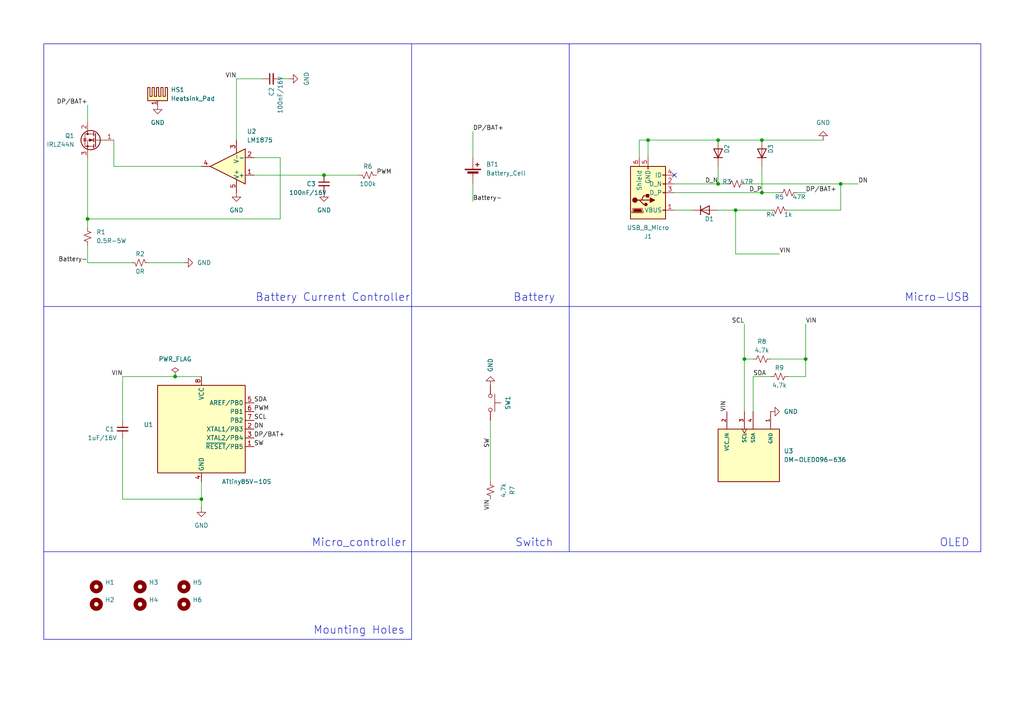
<source format=kicad_sch>
(kicad_sch
	(version 20231120)
	(generator "eeschema")
	(generator_version "8.0")
	(uuid "266510c3-c829-48b9-95ed-ca87b16aa75a")
	(paper "A4")
	(title_block
		(title "ISR")
		(date "2024-10-06")
		(company "Prince Lee Muhera")
	)
	(lib_symbols
		(symbol "Amplifier_Audio:LM1875"
			(pin_names
				(offset 0.127)
			)
			(exclude_from_sim no)
			(in_bom yes)
			(on_board yes)
			(property "Reference" "U"
				(at 3.81 6.35 0)
				(effects
					(font
						(size 1.27 1.27)
					)
				)
			)
			(property "Value" "LM1875"
				(at 3.81 3.81 0)
				(effects
					(font
						(size 1.27 1.27)
					)
				)
			)
			(property "Footprint" "Package_TO_SOT_THT:TO-220-5_P3.4x3.7mm_StaggerOdd_Lead3.8mm_Vertical"
				(at 0 0 0)
				(effects
					(font
						(size 1.27 1.27)
						(italic yes)
					)
					(hide yes)
				)
			)
			(property "Datasheet" "http://www.ti.com/lit/ds/symlink/lm1875.pdf"
				(at 0 0 0)
				(effects
					(font
						(size 1.27 1.27)
					)
					(hide yes)
				)
			)
			(property "Description" "20W Audio Power Amplifier, TO-220-5"
				(at 0 0 0)
				(effects
					(font
						(size 1.27 1.27)
					)
					(hide yes)
				)
			)
			(property "ki_keywords" "audio amplifier"
				(at 0 0 0)
				(effects
					(font
						(size 1.27 1.27)
					)
					(hide yes)
				)
			)
			(property "ki_fp_filters" "TO?220*StaggerOdd*"
				(at 0 0 0)
				(effects
					(font
						(size 1.27 1.27)
					)
					(hide yes)
				)
			)
			(symbol "LM1875_0_1"
				(polyline
					(pts
						(xy -5.08 5.08) (xy 5.08 0) (xy -5.08 -5.08) (xy -5.08 5.08)
					)
					(stroke
						(width 0.254)
						(type default)
					)
					(fill
						(type background)
					)
				)
			)
			(symbol "LM1875_1_1"
				(pin input line
					(at -7.62 2.54 0)
					(length 2.54)
					(name "+"
						(effects
							(font
								(size 1.27 1.27)
							)
						)
					)
					(number "1"
						(effects
							(font
								(size 1.27 1.27)
							)
						)
					)
				)
				(pin input line
					(at -7.62 -2.54 0)
					(length 2.54)
					(name "-"
						(effects
							(font
								(size 1.27 1.27)
							)
						)
					)
					(number "2"
						(effects
							(font
								(size 1.27 1.27)
							)
						)
					)
				)
				(pin power_in line
					(at -2.54 -7.62 90)
					(length 3.81)
					(name "V-"
						(effects
							(font
								(size 1.27 1.27)
							)
						)
					)
					(number "3"
						(effects
							(font
								(size 1.27 1.27)
							)
						)
					)
				)
				(pin output line
					(at 7.62 0 180)
					(length 2.54)
					(name "~"
						(effects
							(font
								(size 1.27 1.27)
							)
						)
					)
					(number "4"
						(effects
							(font
								(size 1.27 1.27)
							)
						)
					)
				)
				(pin power_in line
					(at -2.54 7.62 270)
					(length 3.81)
					(name "V+"
						(effects
							(font
								(size 1.27 1.27)
							)
						)
					)
					(number "5"
						(effects
							(font
								(size 1.27 1.27)
							)
						)
					)
				)
			)
		)
		(symbol "Connector:USB_B_Micro"
			(pin_names
				(offset 1.016)
			)
			(exclude_from_sim no)
			(in_bom yes)
			(on_board yes)
			(property "Reference" "J1"
				(at 0 12.7 0)
				(effects
					(font
						(size 1.27 1.27)
					)
				)
			)
			(property "Value" "USB_B_Micro"
				(at 0 10.16 0)
				(effects
					(font
						(size 1.27 1.27)
					)
				)
			)
			(property "Footprint" "Connector_USB:USB_Micro-B_Molex_47346-0001"
				(at 34.798 -17.272 0)
				(effects
					(font
						(size 1.27 1.27)
					)
					(hide yes)
				)
			)
			(property "Datasheet" "~"
				(at 36.83 -14.732 0)
				(effects
					(font
						(size 1.27 1.27)
					)
					(hide yes)
				)
			)
			(property "Description" "USB Micro Type B connector"
				(at 35.306 -15.748 0)
				(effects
					(font
						(size 1.27 1.27)
					)
					(hide yes)
				)
			)
			(property "ki_keywords" "connector USB micro"
				(at 0 0 0)
				(effects
					(font
						(size 1.27 1.27)
					)
					(hide yes)
				)
			)
			(property "ki_fp_filters" "USB*"
				(at 0 0 0)
				(effects
					(font
						(size 1.27 1.27)
					)
					(hide yes)
				)
			)
			(symbol "USB_B_Micro_0_1"
				(rectangle
					(start -5.08 -7.62)
					(end 5.08 7.62)
					(stroke
						(width 0.254)
						(type default)
					)
					(fill
						(type background)
					)
				)
				(circle
					(center -3.81 2.159)
					(radius 0.635)
					(stroke
						(width 0.254)
						(type default)
					)
					(fill
						(type outline)
					)
				)
				(circle
					(center -0.635 3.429)
					(radius 0.381)
					(stroke
						(width 0.254)
						(type default)
					)
					(fill
						(type outline)
					)
				)
				(rectangle
					(start -0.127 -7.62)
					(end 0.127 -6.858)
					(stroke
						(width 0)
						(type default)
					)
					(fill
						(type none)
					)
				)
				(polyline
					(pts
						(xy -1.905 2.159) (xy 0.635 2.159)
					)
					(stroke
						(width 0.254)
						(type default)
					)
					(fill
						(type none)
					)
				)
				(polyline
					(pts
						(xy -3.175 2.159) (xy -2.54 2.159) (xy -1.27 3.429) (xy -0.635 3.429)
					)
					(stroke
						(width 0.254)
						(type default)
					)
					(fill
						(type none)
					)
				)
				(polyline
					(pts
						(xy -2.54 2.159) (xy -1.905 2.159) (xy -1.27 0.889) (xy 0 0.889)
					)
					(stroke
						(width 0.254)
						(type default)
					)
					(fill
						(type none)
					)
				)
				(polyline
					(pts
						(xy 0.635 2.794) (xy 0.635 1.524) (xy 1.905 2.159) (xy 0.635 2.794)
					)
					(stroke
						(width 0.254)
						(type default)
					)
					(fill
						(type outline)
					)
				)
				(polyline
					(pts
						(xy -4.318 5.588) (xy -1.778 5.588) (xy -2.032 4.826) (xy -4.064 4.826) (xy -4.318 5.588)
					)
					(stroke
						(width 0)
						(type default)
					)
					(fill
						(type outline)
					)
				)
				(polyline
					(pts
						(xy -4.699 5.842) (xy -4.699 5.588) (xy -4.445 4.826) (xy -4.445 4.572) (xy -1.651 4.572) (xy -1.651 4.826)
						(xy -1.397 5.588) (xy -1.397 5.842) (xy -4.699 5.842)
					)
					(stroke
						(width 0)
						(type default)
					)
					(fill
						(type none)
					)
				)
				(rectangle
					(start 0.254 1.27)
					(end -0.508 0.508)
					(stroke
						(width 0.254)
						(type default)
					)
					(fill
						(type outline)
					)
				)
				(rectangle
					(start 5.08 -5.207)
					(end 4.318 -4.953)
					(stroke
						(width 0)
						(type default)
					)
					(fill
						(type none)
					)
				)
				(rectangle
					(start 5.08 -2.667)
					(end 4.318 -2.413)
					(stroke
						(width 0)
						(type default)
					)
					(fill
						(type none)
					)
				)
				(rectangle
					(start 5.08 -0.127)
					(end 4.318 0.127)
					(stroke
						(width 0)
						(type default)
					)
					(fill
						(type none)
					)
				)
				(rectangle
					(start 5.08 4.953)
					(end 4.318 5.207)
					(stroke
						(width 0)
						(type default)
					)
					(fill
						(type none)
					)
				)
			)
			(symbol "USB_B_Micro_1_1"
				(pin power_out line
					(at 7.62 5.08 180)
					(length 2.54)
					(name "VBUS"
						(effects
							(font
								(size 1.27 1.27)
							)
						)
					)
					(number "1"
						(effects
							(font
								(size 1.27 1.27)
							)
						)
					)
				)
				(pin bidirectional line
					(at 7.62 -2.54 180)
					(length 2.54)
					(name "D_N"
						(effects
							(font
								(size 1.27 1.27)
							)
						)
					)
					(number "2"
						(effects
							(font
								(size 1.27 1.27)
							)
						)
					)
				)
				(pin bidirectional line
					(at 7.62 0 180)
					(length 2.54)
					(name "D_P"
						(effects
							(font
								(size 1.27 1.27)
							)
						)
					)
					(number "3"
						(effects
							(font
								(size 1.27 1.27)
							)
						)
					)
				)
				(pin passive line
					(at 7.62 -5.08 180)
					(length 2.54)
					(name "ID"
						(effects
							(font
								(size 1.27 1.27)
							)
						)
					)
					(number "4"
						(effects
							(font
								(size 1.27 1.27)
							)
						)
					)
				)
				(pin power_out line
					(at 0 -10.16 90)
					(length 2.54)
					(name "GND"
						(effects
							(font
								(size 1.27 1.27)
							)
						)
					)
					(number "5"
						(effects
							(font
								(size 1.27 1.27)
							)
						)
					)
				)
				(pin passive line
					(at -2.54 -10.16 90)
					(length 2.54)
					(name "Shield"
						(effects
							(font
								(size 1.27 1.27)
							)
						)
					)
					(number "6"
						(effects
							(font
								(size 1.27 1.27)
							)
						)
					)
				)
			)
		)
		(symbol "DM-OLED096-636:DM-OLED096-636"
			(pin_names
				(offset 1.016)
			)
			(exclude_from_sim no)
			(in_bom yes)
			(on_board yes)
			(property "Reference" "U"
				(at -7.62 10.922 0)
				(effects
					(font
						(size 1.27 1.27)
					)
					(justify left bottom)
				)
			)
			(property "Value" "DM-OLED096-636"
				(at -7.62 -10.16 0)
				(effects
					(font
						(size 1.27 1.27)
					)
					(justify left bottom)
				)
			)
			(property "Footprint" "DM-OLED096-636:MODULE_DM-OLED096-636"
				(at 0 0 0)
				(effects
					(font
						(size 1.27 1.27)
					)
					(justify bottom)
					(hide yes)
				)
			)
			(property "Datasheet" ""
				(at 0 0 0)
				(effects
					(font
						(size 1.27 1.27)
					)
					(hide yes)
				)
			)
			(property "Description" ""
				(at 0 0 0)
				(effects
					(font
						(size 1.27 1.27)
					)
					(hide yes)
				)
			)
			(property "MF" "Display Module"
				(at 0 0 0)
				(effects
					(font
						(size 1.27 1.27)
					)
					(justify bottom)
					(hide yes)
				)
			)
			(property "MAXIMUM_PACKAGE_HEIGHT" "11.3 mm"
				(at 0 0 0)
				(effects
					(font
						(size 1.27 1.27)
					)
					(justify bottom)
					(hide yes)
				)
			)
			(property "Package" "Package"
				(at 0 0 0)
				(effects
					(font
						(size 1.27 1.27)
					)
					(justify bottom)
					(hide yes)
				)
			)
			(property "Price" "None"
				(at 0 0 0)
				(effects
					(font
						(size 1.27 1.27)
					)
					(justify bottom)
					(hide yes)
				)
			)
			(property "Check_prices" "https://www.snapeda.com/parts/DM-OLED096-636/Display+Module/view-part/?ref=eda"
				(at 0 0 0)
				(effects
					(font
						(size 1.27 1.27)
					)
					(justify bottom)
					(hide yes)
				)
			)
			(property "STANDARD" "Manufacturer Recommendations"
				(at 0 0 0)
				(effects
					(font
						(size 1.27 1.27)
					)
					(justify bottom)
					(hide yes)
				)
			)
			(property "PARTREV" "2018-09-10"
				(at 0 0 0)
				(effects
					(font
						(size 1.27 1.27)
					)
					(justify bottom)
					(hide yes)
				)
			)
			(property "SnapEDA_Link" "https://www.snapeda.com/parts/DM-OLED096-636/Display+Module/view-part/?ref=snap"
				(at 0 0 0)
				(effects
					(font
						(size 1.27 1.27)
					)
					(justify bottom)
					(hide yes)
				)
			)
			(property "MP" "DM-OLED096-636"
				(at 0 0 0)
				(effects
					(font
						(size 1.27 1.27)
					)
					(justify bottom)
					(hide yes)
				)
			)
			(property "Description_1" "\n0.96” 128 X 64 MONOCHROME GRAPHIC OLED DISPLAY MODULE - I2C\n"
				(at 0 0 0)
				(effects
					(font
						(size 1.27 1.27)
					)
					(justify bottom)
					(hide yes)
				)
			)
			(property "Availability" "Not in stock"
				(at 0 0 0)
				(effects
					(font
						(size 1.27 1.27)
					)
					(justify bottom)
					(hide yes)
				)
			)
			(property "MANUFACTURER" "Displaymodule"
				(at 0 0 0)
				(effects
					(font
						(size 1.27 1.27)
					)
					(justify bottom)
					(hide yes)
				)
			)
			(symbol "DM-OLED096-636_0_0"
				(rectangle
					(start -7.62 -7.62)
					(end 7.62 10.16)
					(stroke
						(width 0.254)
						(type default)
					)
					(fill
						(type background)
					)
				)
				(pin power_in line
					(at 12.7 -5.08 180)
					(length 5.08)
					(name "GND"
						(effects
							(font
								(size 1.016 1.016)
							)
						)
					)
					(number "1"
						(effects
							(font
								(size 1.016 1.016)
							)
						)
					)
				)
				(pin power_in line
					(at 12.7 7.62 180)
					(length 5.08)
					(name "VCC_IN"
						(effects
							(font
								(size 1.016 1.016)
							)
						)
					)
					(number "2"
						(effects
							(font
								(size 1.016 1.016)
							)
						)
					)
				)
				(pin input clock
					(at 12.7 2.54 180)
					(length 5.08)
					(name "SCL"
						(effects
							(font
								(size 1.016 1.016)
							)
						)
					)
					(number "3"
						(effects
							(font
								(size 1.016 1.016)
							)
						)
					)
				)
				(pin bidirectional line
					(at 12.7 0 180)
					(length 5.08)
					(name "SDA"
						(effects
							(font
								(size 1.016 1.016)
							)
						)
					)
					(number "4"
						(effects
							(font
								(size 1.016 1.016)
							)
						)
					)
				)
			)
		)
		(symbol "Device:Battery_Cell"
			(pin_numbers hide)
			(pin_names
				(offset 0) hide)
			(exclude_from_sim no)
			(in_bom yes)
			(on_board yes)
			(property "Reference" "BT"
				(at 2.54 2.54 0)
				(effects
					(font
						(size 1.27 1.27)
					)
					(justify left)
				)
			)
			(property "Value" "Battery_Cell"
				(at 2.54 0 0)
				(effects
					(font
						(size 1.27 1.27)
					)
					(justify left)
				)
			)
			(property "Footprint" ""
				(at 0 1.524 90)
				(effects
					(font
						(size 1.27 1.27)
					)
					(hide yes)
				)
			)
			(property "Datasheet" "~"
				(at 0 1.524 90)
				(effects
					(font
						(size 1.27 1.27)
					)
					(hide yes)
				)
			)
			(property "Description" "Single-cell battery"
				(at 0 0 0)
				(effects
					(font
						(size 1.27 1.27)
					)
					(hide yes)
				)
			)
			(property "ki_keywords" "battery cell"
				(at 0 0 0)
				(effects
					(font
						(size 1.27 1.27)
					)
					(hide yes)
				)
			)
			(symbol "Battery_Cell_0_1"
				(rectangle
					(start -2.286 1.778)
					(end 2.286 1.524)
					(stroke
						(width 0)
						(type default)
					)
					(fill
						(type outline)
					)
				)
				(rectangle
					(start -1.524 1.016)
					(end 1.524 0.508)
					(stroke
						(width 0)
						(type default)
					)
					(fill
						(type outline)
					)
				)
				(polyline
					(pts
						(xy 0 0.762) (xy 0 0)
					)
					(stroke
						(width 0)
						(type default)
					)
					(fill
						(type none)
					)
				)
				(polyline
					(pts
						(xy 0 1.778) (xy 0 2.54)
					)
					(stroke
						(width 0)
						(type default)
					)
					(fill
						(type none)
					)
				)
				(polyline
					(pts
						(xy 0.762 3.048) (xy 1.778 3.048)
					)
					(stroke
						(width 0.254)
						(type default)
					)
					(fill
						(type none)
					)
				)
				(polyline
					(pts
						(xy 1.27 3.556) (xy 1.27 2.54)
					)
					(stroke
						(width 0.254)
						(type default)
					)
					(fill
						(type none)
					)
				)
			)
			(symbol "Battery_Cell_1_1"
				(pin passive line
					(at 0 5.08 270)
					(length 2.54)
					(name "+"
						(effects
							(font
								(size 1.27 1.27)
							)
						)
					)
					(number "1"
						(effects
							(font
								(size 1.27 1.27)
							)
						)
					)
				)
				(pin passive line
					(at 0 -2.54 90)
					(length 2.54)
					(name "-"
						(effects
							(font
								(size 1.27 1.27)
							)
						)
					)
					(number "2"
						(effects
							(font
								(size 1.27 1.27)
							)
						)
					)
				)
			)
		)
		(symbol "Device:C_Small"
			(pin_numbers hide)
			(pin_names
				(offset 0.254) hide)
			(exclude_from_sim no)
			(in_bom yes)
			(on_board yes)
			(property "Reference" "C"
				(at 0.254 1.778 0)
				(effects
					(font
						(size 1.27 1.27)
					)
					(justify left)
				)
			)
			(property "Value" "C_Small"
				(at 0.254 -2.032 0)
				(effects
					(font
						(size 1.27 1.27)
					)
					(justify left)
				)
			)
			(property "Footprint" ""
				(at 0 0 0)
				(effects
					(font
						(size 1.27 1.27)
					)
					(hide yes)
				)
			)
			(property "Datasheet" "~"
				(at 0 0 0)
				(effects
					(font
						(size 1.27 1.27)
					)
					(hide yes)
				)
			)
			(property "Description" "Unpolarized capacitor, small symbol"
				(at 0 0 0)
				(effects
					(font
						(size 1.27 1.27)
					)
					(hide yes)
				)
			)
			(property "ki_keywords" "capacitor cap"
				(at 0 0 0)
				(effects
					(font
						(size 1.27 1.27)
					)
					(hide yes)
				)
			)
			(property "ki_fp_filters" "C_*"
				(at 0 0 0)
				(effects
					(font
						(size 1.27 1.27)
					)
					(hide yes)
				)
			)
			(symbol "C_Small_0_1"
				(polyline
					(pts
						(xy -1.524 -0.508) (xy 1.524 -0.508)
					)
					(stroke
						(width 0.3302)
						(type default)
					)
					(fill
						(type none)
					)
				)
				(polyline
					(pts
						(xy -1.524 0.508) (xy 1.524 0.508)
					)
					(stroke
						(width 0.3048)
						(type default)
					)
					(fill
						(type none)
					)
				)
			)
			(symbol "C_Small_1_1"
				(pin passive line
					(at 0 2.54 270)
					(length 2.032)
					(name "~"
						(effects
							(font
								(size 1.27 1.27)
							)
						)
					)
					(number "1"
						(effects
							(font
								(size 1.27 1.27)
							)
						)
					)
				)
				(pin passive line
					(at 0 -2.54 90)
					(length 2.032)
					(name "~"
						(effects
							(font
								(size 1.27 1.27)
							)
						)
					)
					(number "2"
						(effects
							(font
								(size 1.27 1.27)
							)
						)
					)
				)
			)
		)
		(symbol "Device:R_Small_US"
			(pin_numbers hide)
			(pin_names
				(offset 0.254) hide)
			(exclude_from_sim no)
			(in_bom yes)
			(on_board yes)
			(property "Reference" "R"
				(at 0.762 0.508 0)
				(effects
					(font
						(size 1.27 1.27)
					)
					(justify left)
				)
			)
			(property "Value" "R_Small_US"
				(at 0.762 -1.016 0)
				(effects
					(font
						(size 1.27 1.27)
					)
					(justify left)
				)
			)
			(property "Footprint" ""
				(at 0 0 0)
				(effects
					(font
						(size 1.27 1.27)
					)
					(hide yes)
				)
			)
			(property "Datasheet" "~"
				(at 0 0 0)
				(effects
					(font
						(size 1.27 1.27)
					)
					(hide yes)
				)
			)
			(property "Description" "Resistor, small US symbol"
				(at 0 0 0)
				(effects
					(font
						(size 1.27 1.27)
					)
					(hide yes)
				)
			)
			(property "ki_keywords" "r resistor"
				(at 0 0 0)
				(effects
					(font
						(size 1.27 1.27)
					)
					(hide yes)
				)
			)
			(property "ki_fp_filters" "R_*"
				(at 0 0 0)
				(effects
					(font
						(size 1.27 1.27)
					)
					(hide yes)
				)
			)
			(symbol "R_Small_US_1_1"
				(polyline
					(pts
						(xy 0 0) (xy 1.016 -0.381) (xy 0 -0.762) (xy -1.016 -1.143) (xy 0 -1.524)
					)
					(stroke
						(width 0)
						(type default)
					)
					(fill
						(type none)
					)
				)
				(polyline
					(pts
						(xy 0 1.524) (xy 1.016 1.143) (xy 0 0.762) (xy -1.016 0.381) (xy 0 0)
					)
					(stroke
						(width 0)
						(type default)
					)
					(fill
						(type none)
					)
				)
				(pin passive line
					(at 0 2.54 270)
					(length 1.016)
					(name "~"
						(effects
							(font
								(size 1.27 1.27)
							)
						)
					)
					(number "1"
						(effects
							(font
								(size 1.27 1.27)
							)
						)
					)
				)
				(pin passive line
					(at 0 -2.54 90)
					(length 1.016)
					(name "~"
						(effects
							(font
								(size 1.27 1.27)
							)
						)
					)
					(number "2"
						(effects
							(font
								(size 1.27 1.27)
							)
						)
					)
				)
			)
		)
		(symbol "Diode:1N4148WT"
			(pin_numbers hide)
			(pin_names hide)
			(exclude_from_sim no)
			(in_bom yes)
			(on_board yes)
			(property "Reference" "D"
				(at 0 2.54 0)
				(effects
					(font
						(size 1.27 1.27)
					)
				)
			)
			(property "Value" "1N4148WT"
				(at 0 -2.54 0)
				(effects
					(font
						(size 1.27 1.27)
					)
				)
			)
			(property "Footprint" "Diode_SMD:D_SOD-523"
				(at 0 -4.445 0)
				(effects
					(font
						(size 1.27 1.27)
					)
					(hide yes)
				)
			)
			(property "Datasheet" "https://www.diodes.com/assets/Datasheets/ds30396.pdf"
				(at 0 0 0)
				(effects
					(font
						(size 1.27 1.27)
					)
					(hide yes)
				)
			)
			(property "Description" "75V 0.15A Fast switching Diode, SOD-523"
				(at 0 0 0)
				(effects
					(font
						(size 1.27 1.27)
					)
					(hide yes)
				)
			)
			(property "Sim.Device" "D"
				(at 0 0 0)
				(effects
					(font
						(size 1.27 1.27)
					)
					(hide yes)
				)
			)
			(property "Sim.Pins" "1=K 2=A"
				(at 0 0 0)
				(effects
					(font
						(size 1.27 1.27)
					)
					(hide yes)
				)
			)
			(property "ki_keywords" "diode"
				(at 0 0 0)
				(effects
					(font
						(size 1.27 1.27)
					)
					(hide yes)
				)
			)
			(property "ki_fp_filters" "D*SOD?523*"
				(at 0 0 0)
				(effects
					(font
						(size 1.27 1.27)
					)
					(hide yes)
				)
			)
			(symbol "1N4148WT_0_1"
				(polyline
					(pts
						(xy -1.27 1.27) (xy -1.27 -1.27)
					)
					(stroke
						(width 0.254)
						(type default)
					)
					(fill
						(type none)
					)
				)
				(polyline
					(pts
						(xy 1.27 0) (xy -1.27 0)
					)
					(stroke
						(width 0)
						(type default)
					)
					(fill
						(type none)
					)
				)
				(polyline
					(pts
						(xy 1.27 1.27) (xy 1.27 -1.27) (xy -1.27 0) (xy 1.27 1.27)
					)
					(stroke
						(width 0.254)
						(type default)
					)
					(fill
						(type none)
					)
				)
			)
			(symbol "1N4148WT_1_1"
				(pin passive line
					(at -3.81 0 0)
					(length 2.54)
					(name "K"
						(effects
							(font
								(size 1.27 1.27)
							)
						)
					)
					(number "1"
						(effects
							(font
								(size 1.27 1.27)
							)
						)
					)
				)
				(pin passive line
					(at 3.81 0 180)
					(length 2.54)
					(name "A"
						(effects
							(font
								(size 1.27 1.27)
							)
						)
					)
					(number "2"
						(effects
							(font
								(size 1.27 1.27)
							)
						)
					)
				)
			)
		)
		(symbol "MCU_Microchip_ATtiny:ATtiny85V-10S"
			(exclude_from_sim no)
			(in_bom yes)
			(on_board yes)
			(property "Reference" "U"
				(at -12.7 13.97 0)
				(effects
					(font
						(size 1.27 1.27)
					)
					(justify left bottom)
				)
			)
			(property "Value" "ATtiny85V-10S"
				(at 2.54 -13.97 0)
				(effects
					(font
						(size 1.27 1.27)
					)
					(justify left top)
				)
			)
			(property "Footprint" "Package_SO:SOIC-8W_5.3x5.3mm_P1.27mm"
				(at 0 0 0)
				(effects
					(font
						(size 1.27 1.27)
						(italic yes)
					)
					(hide yes)
				)
			)
			(property "Datasheet" "http://ww1.microchip.com/downloads/en/DeviceDoc/atmel-2586-avr-8-bit-microcontroller-attiny25-attiny45-attiny85_datasheet.pdf"
				(at 0 0 0)
				(effects
					(font
						(size 1.27 1.27)
					)
					(hide yes)
				)
			)
			(property "Description" "10MHz, 8kB Flash, 512B SRAM, 512B EEPROM, debugWIRE, SOIC-8W"
				(at 0 0 0)
				(effects
					(font
						(size 1.27 1.27)
					)
					(hide yes)
				)
			)
			(property "ki_keywords" "AVR 8bit Microcontroller tinyAVR"
				(at 0 0 0)
				(effects
					(font
						(size 1.27 1.27)
					)
					(hide yes)
				)
			)
			(property "ki_fp_filters" "SOIC*5.3x5.3mm*P1.27mm*"
				(at 0 0 0)
				(effects
					(font
						(size 1.27 1.27)
					)
					(hide yes)
				)
			)
			(symbol "ATtiny85V-10S_0_1"
				(rectangle
					(start -12.7 -12.7)
					(end 12.7 12.7)
					(stroke
						(width 0.254)
						(type default)
					)
					(fill
						(type background)
					)
				)
			)
			(symbol "ATtiny85V-10S_1_1"
				(pin bidirectional line
					(at 15.24 -5.08 180)
					(length 2.54)
					(name "~{RESET}/PB5"
						(effects
							(font
								(size 1.27 1.27)
							)
						)
					)
					(number "1"
						(effects
							(font
								(size 1.27 1.27)
							)
						)
					)
				)
				(pin bidirectional line
					(at 15.24 0 180)
					(length 2.54)
					(name "XTAL1/PB3"
						(effects
							(font
								(size 1.27 1.27)
							)
						)
					)
					(number "2"
						(effects
							(font
								(size 1.27 1.27)
							)
						)
					)
				)
				(pin bidirectional line
					(at 15.24 -2.54 180)
					(length 2.54)
					(name "XTAL2/PB4"
						(effects
							(font
								(size 1.27 1.27)
							)
						)
					)
					(number "3"
						(effects
							(font
								(size 1.27 1.27)
							)
						)
					)
				)
				(pin power_in line
					(at 0 -15.24 90)
					(length 2.54)
					(name "GND"
						(effects
							(font
								(size 1.27 1.27)
							)
						)
					)
					(number "4"
						(effects
							(font
								(size 1.27 1.27)
							)
						)
					)
				)
				(pin bidirectional line
					(at 15.24 7.62 180)
					(length 2.54)
					(name "AREF/PB0"
						(effects
							(font
								(size 1.27 1.27)
							)
						)
					)
					(number "5"
						(effects
							(font
								(size 1.27 1.27)
							)
						)
					)
				)
				(pin bidirectional line
					(at 15.24 5.08 180)
					(length 2.54)
					(name "PB1"
						(effects
							(font
								(size 1.27 1.27)
							)
						)
					)
					(number "6"
						(effects
							(font
								(size 1.27 1.27)
							)
						)
					)
				)
				(pin bidirectional line
					(at 15.24 2.54 180)
					(length 2.54)
					(name "PB2"
						(effects
							(font
								(size 1.27 1.27)
							)
						)
					)
					(number "7"
						(effects
							(font
								(size 1.27 1.27)
							)
						)
					)
				)
				(pin power_in line
					(at 0 15.24 270)
					(length 2.54)
					(name "VCC"
						(effects
							(font
								(size 1.27 1.27)
							)
						)
					)
					(number "8"
						(effects
							(font
								(size 1.27 1.27)
							)
						)
					)
				)
			)
		)
		(symbol "Mechanical:Heatsink_Pad"
			(pin_names
				(offset 0)
			)
			(exclude_from_sim yes)
			(in_bom yes)
			(on_board yes)
			(property "Reference" "HS"
				(at 0 5.715 0)
				(effects
					(font
						(size 1.27 1.27)
					)
				)
			)
			(property "Value" "Heatsink_Pad"
				(at 0 3.81 0)
				(effects
					(font
						(size 1.27 1.27)
					)
				)
			)
			(property "Footprint" ""
				(at 0.3048 -1.27 0)
				(effects
					(font
						(size 1.27 1.27)
					)
					(hide yes)
				)
			)
			(property "Datasheet" "~"
				(at 0.3048 -1.27 0)
				(effects
					(font
						(size 1.27 1.27)
					)
					(hide yes)
				)
			)
			(property "Description" "Heatsink with electrical connection, 1 pin"
				(at 0 0 0)
				(effects
					(font
						(size 1.27 1.27)
					)
					(hide yes)
				)
			)
			(property "ki_keywords" "thermal heat temperature"
				(at 0 0 0)
				(effects
					(font
						(size 1.27 1.27)
					)
					(hide yes)
				)
			)
			(property "ki_fp_filters" "Heatsink_*"
				(at 0 0 0)
				(effects
					(font
						(size 1.27 1.27)
					)
					(hide yes)
				)
			)
			(symbol "Heatsink_Pad_0_1"
				(polyline
					(pts
						(xy -0.3302 0) (xy -0.9652 0) (xy -0.9652 2.54) (xy -1.6002 2.54) (xy -1.6002 0) (xy -2.2352 0)
						(xy -2.2352 2.54) (xy -2.8702 2.54) (xy -2.8702 -1.27) (xy -0.9652 -1.27)
					)
					(stroke
						(width 0.254)
						(type default)
					)
					(fill
						(type background)
					)
				)
				(polyline
					(pts
						(xy -0.3302 0) (xy -0.3302 2.54) (xy 0.3048 2.54) (xy 0.3048 0) (xy 0.9398 0) (xy 0.9398 2.54)
						(xy 1.5748 2.54) (xy 1.5748 0) (xy 2.2098 0) (xy 2.2098 2.54) (xy 2.8448 2.54) (xy 2.8448 -1.27)
						(xy -0.9652 -1.27)
					)
					(stroke
						(width 0.254)
						(type default)
					)
					(fill
						(type background)
					)
				)
			)
			(symbol "Heatsink_Pad_1_1"
				(pin passive line
					(at 0 -2.54 90)
					(length 1.27)
					(name "~"
						(effects
							(font
								(size 1.27 1.27)
							)
						)
					)
					(number "1"
						(effects
							(font
								(size 1.27 1.27)
							)
						)
					)
				)
			)
		)
		(symbol "Mechanical:MountingHole"
			(pin_names
				(offset 1.016)
			)
			(exclude_from_sim yes)
			(in_bom no)
			(on_board yes)
			(property "Reference" "H"
				(at 0 5.08 0)
				(effects
					(font
						(size 1.27 1.27)
					)
				)
			)
			(property "Value" "MountingHole"
				(at 0 3.175 0)
				(effects
					(font
						(size 1.27 1.27)
					)
				)
			)
			(property "Footprint" ""
				(at 0 0 0)
				(effects
					(font
						(size 1.27 1.27)
					)
					(hide yes)
				)
			)
			(property "Datasheet" "~"
				(at 0 0 0)
				(effects
					(font
						(size 1.27 1.27)
					)
					(hide yes)
				)
			)
			(property "Description" "Mounting Hole without connection"
				(at 0 0 0)
				(effects
					(font
						(size 1.27 1.27)
					)
					(hide yes)
				)
			)
			(property "ki_keywords" "mounting hole"
				(at 0 0 0)
				(effects
					(font
						(size 1.27 1.27)
					)
					(hide yes)
				)
			)
			(property "ki_fp_filters" "MountingHole*"
				(at 0 0 0)
				(effects
					(font
						(size 1.27 1.27)
					)
					(hide yes)
				)
			)
			(symbol "MountingHole_0_1"
				(circle
					(center 0 0)
					(radius 1.27)
					(stroke
						(width 1.27)
						(type default)
					)
					(fill
						(type none)
					)
				)
			)
		)
		(symbol "Switch:SW_Push"
			(pin_numbers hide)
			(pin_names
				(offset 1.016) hide)
			(exclude_from_sim no)
			(in_bom yes)
			(on_board yes)
			(property "Reference" "SW"
				(at 1.27 2.54 0)
				(effects
					(font
						(size 1.27 1.27)
					)
					(justify left)
				)
			)
			(property "Value" "SW_Push"
				(at 0 -1.524 0)
				(effects
					(font
						(size 1.27 1.27)
					)
				)
			)
			(property "Footprint" ""
				(at 0 5.08 0)
				(effects
					(font
						(size 1.27 1.27)
					)
					(hide yes)
				)
			)
			(property "Datasheet" "~"
				(at 0 5.08 0)
				(effects
					(font
						(size 1.27 1.27)
					)
					(hide yes)
				)
			)
			(property "Description" "Push button switch, generic, two pins"
				(at 0 0 0)
				(effects
					(font
						(size 1.27 1.27)
					)
					(hide yes)
				)
			)
			(property "ki_keywords" "switch normally-open pushbutton push-button"
				(at 0 0 0)
				(effects
					(font
						(size 1.27 1.27)
					)
					(hide yes)
				)
			)
			(symbol "SW_Push_0_1"
				(circle
					(center -2.032 0)
					(radius 0.508)
					(stroke
						(width 0)
						(type default)
					)
					(fill
						(type none)
					)
				)
				(polyline
					(pts
						(xy 0 1.27) (xy 0 3.048)
					)
					(stroke
						(width 0)
						(type default)
					)
					(fill
						(type none)
					)
				)
				(polyline
					(pts
						(xy 2.54 1.27) (xy -2.54 1.27)
					)
					(stroke
						(width 0)
						(type default)
					)
					(fill
						(type none)
					)
				)
				(circle
					(center 2.032 0)
					(radius 0.508)
					(stroke
						(width 0)
						(type default)
					)
					(fill
						(type none)
					)
				)
				(pin passive line
					(at -5.08 0 0)
					(length 2.54)
					(name "1"
						(effects
							(font
								(size 1.27 1.27)
							)
						)
					)
					(number "1"
						(effects
							(font
								(size 1.27 1.27)
							)
						)
					)
				)
				(pin passive line
					(at 5.08 0 180)
					(length 2.54)
					(name "2"
						(effects
							(font
								(size 1.27 1.27)
							)
						)
					)
					(number "2"
						(effects
							(font
								(size 1.27 1.27)
							)
						)
					)
				)
			)
		)
		(symbol "Transistor_FET:IRLZ44N"
			(pin_names hide)
			(exclude_from_sim no)
			(in_bom yes)
			(on_board yes)
			(property "Reference" "Q"
				(at 5.08 1.905 0)
				(effects
					(font
						(size 1.27 1.27)
					)
					(justify left)
				)
			)
			(property "Value" "IRLZ44N"
				(at 5.08 0 0)
				(effects
					(font
						(size 1.27 1.27)
					)
					(justify left)
				)
			)
			(property "Footprint" "Package_TO_SOT_THT:TO-220-3_Vertical"
				(at 5.08 -1.905 0)
				(effects
					(font
						(size 1.27 1.27)
						(italic yes)
					)
					(justify left)
					(hide yes)
				)
			)
			(property "Datasheet" "http://www.irf.com/product-info/datasheets/data/irlz44n.pdf"
				(at 5.08 -3.81 0)
				(effects
					(font
						(size 1.27 1.27)
					)
					(justify left)
					(hide yes)
				)
			)
			(property "Description" "47A Id, 55V Vds, 22mOhm Rds Single N-Channel HEXFET Power MOSFET, TO-220AB"
				(at 0 0 0)
				(effects
					(font
						(size 1.27 1.27)
					)
					(hide yes)
				)
			)
			(property "ki_keywords" "N-Channel HEXFET MOSFET Logic-Level"
				(at 0 0 0)
				(effects
					(font
						(size 1.27 1.27)
					)
					(hide yes)
				)
			)
			(property "ki_fp_filters" "TO?220*"
				(at 0 0 0)
				(effects
					(font
						(size 1.27 1.27)
					)
					(hide yes)
				)
			)
			(symbol "IRLZ44N_0_1"
				(polyline
					(pts
						(xy 0.254 0) (xy -2.54 0)
					)
					(stroke
						(width 0)
						(type default)
					)
					(fill
						(type none)
					)
				)
				(polyline
					(pts
						(xy 0.254 1.905) (xy 0.254 -1.905)
					)
					(stroke
						(width 0.254)
						(type default)
					)
					(fill
						(type none)
					)
				)
				(polyline
					(pts
						(xy 0.762 -1.27) (xy 0.762 -2.286)
					)
					(stroke
						(width 0.254)
						(type default)
					)
					(fill
						(type none)
					)
				)
				(polyline
					(pts
						(xy 0.762 0.508) (xy 0.762 -0.508)
					)
					(stroke
						(width 0.254)
						(type default)
					)
					(fill
						(type none)
					)
				)
				(polyline
					(pts
						(xy 0.762 2.286) (xy 0.762 1.27)
					)
					(stroke
						(width 0.254)
						(type default)
					)
					(fill
						(type none)
					)
				)
				(polyline
					(pts
						(xy 2.54 2.54) (xy 2.54 1.778)
					)
					(stroke
						(width 0)
						(type default)
					)
					(fill
						(type none)
					)
				)
				(polyline
					(pts
						(xy 2.54 -2.54) (xy 2.54 0) (xy 0.762 0)
					)
					(stroke
						(width 0)
						(type default)
					)
					(fill
						(type none)
					)
				)
				(polyline
					(pts
						(xy 0.762 -1.778) (xy 3.302 -1.778) (xy 3.302 1.778) (xy 0.762 1.778)
					)
					(stroke
						(width 0)
						(type default)
					)
					(fill
						(type none)
					)
				)
				(polyline
					(pts
						(xy 1.016 0) (xy 2.032 0.381) (xy 2.032 -0.381) (xy 1.016 0)
					)
					(stroke
						(width 0)
						(type default)
					)
					(fill
						(type outline)
					)
				)
				(polyline
					(pts
						(xy 2.794 0.508) (xy 2.921 0.381) (xy 3.683 0.381) (xy 3.81 0.254)
					)
					(stroke
						(width 0)
						(type default)
					)
					(fill
						(type none)
					)
				)
				(polyline
					(pts
						(xy 3.302 0.381) (xy 2.921 -0.254) (xy 3.683 -0.254) (xy 3.302 0.381)
					)
					(stroke
						(width 0)
						(type default)
					)
					(fill
						(type none)
					)
				)
				(circle
					(center 1.651 0)
					(radius 2.794)
					(stroke
						(width 0.254)
						(type default)
					)
					(fill
						(type none)
					)
				)
				(circle
					(center 2.54 -1.778)
					(radius 0.254)
					(stroke
						(width 0)
						(type default)
					)
					(fill
						(type outline)
					)
				)
				(circle
					(center 2.54 1.778)
					(radius 0.254)
					(stroke
						(width 0)
						(type default)
					)
					(fill
						(type outline)
					)
				)
			)
			(symbol "IRLZ44N_1_1"
				(pin input line
					(at -5.08 0 0)
					(length 2.54)
					(name "G"
						(effects
							(font
								(size 1.27 1.27)
							)
						)
					)
					(number "1"
						(effects
							(font
								(size 1.27 1.27)
							)
						)
					)
				)
				(pin passive line
					(at 2.54 5.08 270)
					(length 2.54)
					(name "D"
						(effects
							(font
								(size 1.27 1.27)
							)
						)
					)
					(number "2"
						(effects
							(font
								(size 1.27 1.27)
							)
						)
					)
				)
				(pin passive line
					(at 2.54 -5.08 90)
					(length 2.54)
					(name "S"
						(effects
							(font
								(size 1.27 1.27)
							)
						)
					)
					(number "3"
						(effects
							(font
								(size 1.27 1.27)
							)
						)
					)
				)
			)
		)
		(symbol "power:GND"
			(power)
			(pin_numbers hide)
			(pin_names
				(offset 0) hide)
			(exclude_from_sim no)
			(in_bom yes)
			(on_board yes)
			(property "Reference" "#PWR"
				(at 0 -6.35 0)
				(effects
					(font
						(size 1.27 1.27)
					)
					(hide yes)
				)
			)
			(property "Value" "GND"
				(at 0 -3.81 0)
				(effects
					(font
						(size 1.27 1.27)
					)
				)
			)
			(property "Footprint" ""
				(at 0 0 0)
				(effects
					(font
						(size 1.27 1.27)
					)
					(hide yes)
				)
			)
			(property "Datasheet" ""
				(at 0 0 0)
				(effects
					(font
						(size 1.27 1.27)
					)
					(hide yes)
				)
			)
			(property "Description" "Power symbol creates a global label with name \"GND\" , ground"
				(at 0 0 0)
				(effects
					(font
						(size 1.27 1.27)
					)
					(hide yes)
				)
			)
			(property "ki_keywords" "global power"
				(at 0 0 0)
				(effects
					(font
						(size 1.27 1.27)
					)
					(hide yes)
				)
			)
			(symbol "GND_0_1"
				(polyline
					(pts
						(xy 0 0) (xy 0 -1.27) (xy 1.27 -1.27) (xy 0 -2.54) (xy -1.27 -1.27) (xy 0 -1.27)
					)
					(stroke
						(width 0)
						(type default)
					)
					(fill
						(type none)
					)
				)
			)
			(symbol "GND_1_1"
				(pin power_in line
					(at 0 0 270)
					(length 0)
					(name "~"
						(effects
							(font
								(size 1.27 1.27)
							)
						)
					)
					(number "1"
						(effects
							(font
								(size 1.27 1.27)
							)
						)
					)
				)
			)
		)
		(symbol "power:PWR_FLAG"
			(power)
			(pin_numbers hide)
			(pin_names
				(offset 0) hide)
			(exclude_from_sim no)
			(in_bom yes)
			(on_board yes)
			(property "Reference" "#FLG"
				(at 0 1.905 0)
				(effects
					(font
						(size 1.27 1.27)
					)
					(hide yes)
				)
			)
			(property "Value" "PWR_FLAG"
				(at 0 3.81 0)
				(effects
					(font
						(size 1.27 1.27)
					)
				)
			)
			(property "Footprint" ""
				(at 0 0 0)
				(effects
					(font
						(size 1.27 1.27)
					)
					(hide yes)
				)
			)
			(property "Datasheet" "~"
				(at 0 0 0)
				(effects
					(font
						(size 1.27 1.27)
					)
					(hide yes)
				)
			)
			(property "Description" "Special symbol for telling ERC where power comes from"
				(at 0 0 0)
				(effects
					(font
						(size 1.27 1.27)
					)
					(hide yes)
				)
			)
			(property "ki_keywords" "flag power"
				(at 0 0 0)
				(effects
					(font
						(size 1.27 1.27)
					)
					(hide yes)
				)
			)
			(symbol "PWR_FLAG_0_0"
				(pin power_out line
					(at 0 0 90)
					(length 0)
					(name "~"
						(effects
							(font
								(size 1.27 1.27)
							)
						)
					)
					(number "1"
						(effects
							(font
								(size 1.27 1.27)
							)
						)
					)
				)
			)
			(symbol "PWR_FLAG_0_1"
				(polyline
					(pts
						(xy 0 0) (xy 0 1.27) (xy -1.016 1.905) (xy 0 2.54) (xy 1.016 1.905) (xy 0 1.27)
					)
					(stroke
						(width 0)
						(type default)
					)
					(fill
						(type none)
					)
				)
			)
		)
	)
	(junction
		(at 220.98 55.88)
		(diameter 0)
		(color 0 0 0 0)
		(uuid "39df8971-3f6a-45cb-9ea4-f4375fd6a022")
	)
	(junction
		(at 220.98 40.64)
		(diameter 0)
		(color 0 0 0 0)
		(uuid "48135922-01a2-4a36-b015-dd09fe820c99")
	)
	(junction
		(at 187.96 40.64)
		(diameter 0)
		(color 0 0 0 0)
		(uuid "514553fd-ddc0-4080-aefd-82dc809831e0")
	)
	(junction
		(at 93.98 50.8)
		(diameter 0)
		(color 0 0 0 0)
		(uuid "53024ed2-1e53-4850-9e12-c4c2006e9d2f")
	)
	(junction
		(at 233.68 104.14)
		(diameter 0)
		(color 0 0 0 0)
		(uuid "5d60152e-6e07-47f7-a12e-484f8645474a")
	)
	(junction
		(at 208.28 40.64)
		(diameter 0)
		(color 0 0 0 0)
		(uuid "636cd733-b5f5-4b55-ae1c-2ee13e30eb99")
	)
	(junction
		(at 25.4 63.5)
		(diameter 0)
		(color 0 0 0 0)
		(uuid "67af5cb7-3cdf-4f2a-8dcb-0e8d276ab82e")
	)
	(junction
		(at 50.8 109.22)
		(diameter 0)
		(color 0 0 0 0)
		(uuid "7d05a4ed-0534-4df1-a477-fa6ac404a2a6")
	)
	(junction
		(at 213.36 60.96)
		(diameter 0)
		(color 0 0 0 0)
		(uuid "880d3e48-ff90-426e-bded-0a6ef53a09be")
	)
	(junction
		(at 208.28 53.34)
		(diameter 0)
		(color 0 0 0 0)
		(uuid "a0b0ceed-85cb-4c5a-83da-7e0b9c0bb787")
	)
	(junction
		(at 58.42 144.78)
		(diameter 0)
		(color 0 0 0 0)
		(uuid "bd18e7bb-e742-4aa6-a5ed-92cd8fb571aa")
	)
	(junction
		(at 215.9 104.14)
		(diameter 0)
		(color 0 0 0 0)
		(uuid "ca3cc11d-9905-4938-a50d-d88f151571a3")
	)
	(junction
		(at 243.84 53.34)
		(diameter 0)
		(color 0 0 0 0)
		(uuid "ffa3927b-c764-4c80-ab3d-841723226378")
	)
	(no_connect
		(at 195.58 50.8)
		(uuid "c7ded821-8eba-433e-a7b9-2683521f37bf")
	)
	(wire
		(pts
			(xy 187.96 45.72) (xy 187.96 40.64)
		)
		(stroke
			(width 0)
			(type default)
		)
		(uuid "0569b988-2e45-4fb0-92ba-9def7c492051")
	)
	(polyline
		(pts
			(xy 12.7 12.7) (xy 12.7 88.9)
		)
		(stroke
			(width 0)
			(type default)
		)
		(uuid "1476b776-49a6-4155-8c38-d49651c64717")
	)
	(wire
		(pts
			(xy 35.56 144.78) (xy 58.42 144.78)
		)
		(stroke
			(width 0)
			(type default)
		)
		(uuid "1aeefbe8-22d1-4d4e-8344-a83234ccac4b")
	)
	(polyline
		(pts
			(xy 119.38 88.9) (xy 165.1 88.9)
		)
		(stroke
			(width 0)
			(type default)
		)
		(uuid "1df1f63d-f110-492d-bfc6-8bebf6b48c8f")
	)
	(wire
		(pts
			(xy 185.42 45.72) (xy 185.42 40.64)
		)
		(stroke
			(width 0)
			(type default)
		)
		(uuid "20f2f02b-fa42-4633-a870-c5d107639981")
	)
	(polyline
		(pts
			(xy 12.7 88.9) (xy 12.7 160.02)
		)
		(stroke
			(width 0)
			(type default)
		)
		(uuid "29332934-7aa9-4e3e-b2b8-e15a317647c5")
	)
	(polyline
		(pts
			(xy 165.1 12.7) (xy 119.38 12.7)
		)
		(stroke
			(width 0)
			(type default)
		)
		(uuid "2c1a0d5c-3057-4026-97d3-05ff88339f6d")
	)
	(wire
		(pts
			(xy 25.4 63.5) (xy 25.4 66.04)
		)
		(stroke
			(width 0)
			(type default)
		)
		(uuid "2cc0f144-4bb0-4ac3-8226-091b023f7225")
	)
	(polyline
		(pts
			(xy 119.38 160.02) (xy 119.38 88.9)
		)
		(stroke
			(width 0)
			(type default)
		)
		(uuid "3432d928-afe9-4868-ae7f-4559de21116f")
	)
	(wire
		(pts
			(xy 195.58 60.96) (xy 200.66 60.96)
		)
		(stroke
			(width 0)
			(type default)
		)
		(uuid "343de235-7477-4e63-8619-8f72367ff739")
	)
	(wire
		(pts
			(xy 233.68 55.88) (xy 231.14 55.88)
		)
		(stroke
			(width 0)
			(type default)
		)
		(uuid "3ccf331b-9495-438a-9729-3dfde1b3b833")
	)
	(wire
		(pts
			(xy 142.24 121.92) (xy 142.24 139.7)
		)
		(stroke
			(width 0)
			(type default)
		)
		(uuid "3f69e119-de36-4c1c-b0ed-1146f2f568c3")
	)
	(wire
		(pts
			(xy 215.9 104.14) (xy 218.44 104.14)
		)
		(stroke
			(width 0)
			(type default)
		)
		(uuid "4047449c-ab6b-46db-a9c1-6881b0b09b73")
	)
	(polyline
		(pts
			(xy 12.7 185.42) (xy 119.38 185.42)
		)
		(stroke
			(width 0)
			(type default)
		)
		(uuid "4127c78a-57dd-476d-bc69-65c29bf4db99")
	)
	(wire
		(pts
			(xy 58.42 139.7) (xy 58.42 144.78)
		)
		(stroke
			(width 0)
			(type default)
		)
		(uuid "432a8ecf-9c30-46b7-809d-490f27580b4d")
	)
	(wire
		(pts
			(xy 185.42 40.64) (xy 187.96 40.64)
		)
		(stroke
			(width 0)
			(type default)
		)
		(uuid "464b9a84-7ea6-4f5d-946a-fd605bcff1a6")
	)
	(wire
		(pts
			(xy 25.4 71.12) (xy 25.4 76.2)
		)
		(stroke
			(width 0)
			(type default)
		)
		(uuid "4d6eac2c-6b07-4001-b4ce-de4429807203")
	)
	(wire
		(pts
			(xy 25.4 30.48) (xy 25.4 35.56)
		)
		(stroke
			(width 0)
			(type default)
		)
		(uuid "50089479-52ab-4f57-84ae-63f4111423ff")
	)
	(wire
		(pts
			(xy 228.6 109.22) (xy 233.68 109.22)
		)
		(stroke
			(width 0)
			(type default)
		)
		(uuid "518a337b-f334-4f3f-8a00-58b726a21983")
	)
	(wire
		(pts
			(xy 35.56 127) (xy 35.56 144.78)
		)
		(stroke
			(width 0)
			(type default)
		)
		(uuid "52cb5ba2-efb0-44c6-9a4e-059e989d8b30")
	)
	(wire
		(pts
			(xy 81.28 45.72) (xy 81.28 63.5)
		)
		(stroke
			(width 0)
			(type default)
		)
		(uuid "56f04d76-983f-40cd-92b2-cca01bb3b8c0")
	)
	(wire
		(pts
			(xy 33.02 40.64) (xy 33.02 48.26)
		)
		(stroke
			(width 0)
			(type default)
		)
		(uuid "5a2531b8-a2d3-4447-ab74-97972c8e24d4")
	)
	(wire
		(pts
			(xy 208.28 40.64) (xy 220.98 40.64)
		)
		(stroke
			(width 0)
			(type default)
		)
		(uuid "5bdcf0b8-b7a0-414e-90a8-3b57b93a3927")
	)
	(wire
		(pts
			(xy 83.82 22.86) (xy 81.28 22.86)
		)
		(stroke
			(width 0)
			(type default)
		)
		(uuid "62d7232f-127c-42d9-9668-4b16e8934359")
	)
	(wire
		(pts
			(xy 187.96 40.64) (xy 208.28 40.64)
		)
		(stroke
			(width 0)
			(type default)
		)
		(uuid "634b24b7-2bef-4283-a26d-f880e86fa3fa")
	)
	(wire
		(pts
			(xy 213.36 60.96) (xy 223.52 60.96)
		)
		(stroke
			(width 0)
			(type default)
		)
		(uuid "6502610d-b665-4ebe-a25f-2979d6923bdd")
	)
	(polyline
		(pts
			(xy 284.48 160.02) (xy 284.48 88.9)
		)
		(stroke
			(width 0)
			(type default)
		)
		(uuid "650eb671-68cf-4b30-99b3-fa551fdc3e3a")
	)
	(polyline
		(pts
			(xy 12.7 160.02) (xy 119.38 160.02)
		)
		(stroke
			(width 0)
			(type default)
		)
		(uuid "6598b282-234d-4735-8089-6c03231f0bc5")
	)
	(wire
		(pts
			(xy 43.18 76.2) (xy 53.34 76.2)
		)
		(stroke
			(width 0)
			(type default)
		)
		(uuid "67fa7a29-a60f-44e5-8443-a587d7bac8ca")
	)
	(wire
		(pts
			(xy 233.68 104.14) (xy 233.68 93.98)
		)
		(stroke
			(width 0)
			(type default)
		)
		(uuid "6bb657d1-1a4d-459f-8311-e7b4f69ac9e6")
	)
	(wire
		(pts
			(xy 233.68 109.22) (xy 233.68 104.14)
		)
		(stroke
			(width 0)
			(type default)
		)
		(uuid "709762da-a3d0-448e-9702-ff39ef909c56")
	)
	(wire
		(pts
			(xy 208.28 53.34) (xy 208.28 48.26)
		)
		(stroke
			(width 0)
			(type default)
		)
		(uuid "73aa2495-e2eb-4944-a444-c2c96e7d8f31")
	)
	(wire
		(pts
			(xy 223.52 109.22) (xy 218.44 109.22)
		)
		(stroke
			(width 0)
			(type default)
		)
		(uuid "78094004-7252-4f67-9199-d18fd3da23e3")
	)
	(wire
		(pts
			(xy 25.4 45.72) (xy 25.4 63.5)
		)
		(stroke
			(width 0)
			(type default)
		)
		(uuid "7b4b260c-e403-4461-936f-da3f1646e35e")
	)
	(polyline
		(pts
			(xy 165.1 88.9) (xy 167.64 88.9)
		)
		(stroke
			(width 0)
			(type default)
		)
		(uuid "7c406950-388d-407f-9314-4b7c7a2f8497")
	)
	(wire
		(pts
			(xy 68.58 40.64) (xy 68.58 22.86)
		)
		(stroke
			(width 0)
			(type default)
		)
		(uuid "7c6c1479-425a-406f-a975-57e74de72e02")
	)
	(polyline
		(pts
			(xy 165.1 160.02) (xy 165.1 88.9)
		)
		(stroke
			(width 0)
			(type default)
		)
		(uuid "7d9d6e37-3eb1-42a2-a64e-467d998dd69e")
	)
	(wire
		(pts
			(xy 208.28 53.34) (xy 210.82 53.34)
		)
		(stroke
			(width 0)
			(type default)
		)
		(uuid "818d3cd6-58d9-4b65-9f16-5b392fb3d6ba")
	)
	(wire
		(pts
			(xy 68.58 22.86) (xy 76.2 22.86)
		)
		(stroke
			(width 0)
			(type default)
		)
		(uuid "8251cdfb-91b7-4619-8b86-4d43cc480eda")
	)
	(wire
		(pts
			(xy 223.52 104.14) (xy 233.68 104.14)
		)
		(stroke
			(width 0)
			(type default)
		)
		(uuid "855576cf-92b3-4803-9dbd-9b130baadf39")
	)
	(polyline
		(pts
			(xy 119.38 185.42) (xy 119.38 160.02)
		)
		(stroke
			(width 0)
			(type default)
		)
		(uuid "8582adb1-c892-44d0-a280-b7fe09b55d30")
	)
	(wire
		(pts
			(xy 81.28 63.5) (xy 25.4 63.5)
		)
		(stroke
			(width 0)
			(type default)
		)
		(uuid "88507064-a482-489f-b9b1-24211003bc71")
	)
	(wire
		(pts
			(xy 218.44 109.22) (xy 218.44 119.38)
		)
		(stroke
			(width 0)
			(type default)
		)
		(uuid "89d32fb7-355a-46a2-8539-38c08bd933f0")
	)
	(wire
		(pts
			(xy 50.8 109.22) (xy 35.56 109.22)
		)
		(stroke
			(width 0)
			(type default)
		)
		(uuid "8ed42e6a-b850-4862-9bcc-9ba96417f6af")
	)
	(polyline
		(pts
			(xy 119.38 88.9) (xy 119.38 12.7)
		)
		(stroke
			(width 0)
			(type default)
		)
		(uuid "94ab6254-5938-4f80-ac38-dffd13122c1f")
	)
	(polyline
		(pts
			(xy 165.1 160.02) (xy 284.48 160.02)
		)
		(stroke
			(width 0)
			(type default)
		)
		(uuid "94babb24-716b-434f-a884-ac0e7dfa8f4e")
	)
	(wire
		(pts
			(xy 215.9 104.14) (xy 215.9 119.38)
		)
		(stroke
			(width 0)
			(type default)
		)
		(uuid "96416a74-aa4a-420e-ade5-e394eff75694")
	)
	(polyline
		(pts
			(xy 12.7 160.02) (xy 12.7 185.42)
		)
		(stroke
			(width 0)
			(type default)
		)
		(uuid "9a837b3a-396e-4018-af83-1db7636b346e")
	)
	(polyline
		(pts
			(xy 12.7 88.9) (xy 119.38 88.9)
		)
		(stroke
			(width 0)
			(type default)
		)
		(uuid "a0c82031-633a-45ab-b77c-cb54038e01a1")
	)
	(wire
		(pts
			(xy 58.42 109.22) (xy 50.8 109.22)
		)
		(stroke
			(width 0)
			(type default)
		)
		(uuid "a417adc6-1051-4431-a3e3-89facdb1391a")
	)
	(polyline
		(pts
			(xy 284.48 88.9) (xy 284.48 88.9)
		)
		(stroke
			(width 0)
			(type default)
		)
		(uuid "a600c5be-ddb8-4d47-98f1-ca1223c77605")
	)
	(wire
		(pts
			(xy 220.98 55.88) (xy 226.06 55.88)
		)
		(stroke
			(width 0)
			(type default)
		)
		(uuid "a8857225-99d5-4043-914a-4a22831c2b4d")
	)
	(wire
		(pts
			(xy 195.58 55.88) (xy 220.98 55.88)
		)
		(stroke
			(width 0)
			(type default)
		)
		(uuid "a8d55487-5f8d-4090-a40d-85c780381b37")
	)
	(wire
		(pts
			(xy 35.56 109.22) (xy 35.56 121.92)
		)
		(stroke
			(width 0)
			(type default)
		)
		(uuid "ab187ea5-04d9-4117-abd5-4cb9f1e52602")
	)
	(wire
		(pts
			(xy 213.36 60.96) (xy 213.36 73.66)
		)
		(stroke
			(width 0)
			(type default)
		)
		(uuid "ae698b8f-d450-4351-9d7a-ccf3fbaf9a60")
	)
	(wire
		(pts
			(xy 33.02 48.26) (xy 58.42 48.26)
		)
		(stroke
			(width 0)
			(type default)
		)
		(uuid "b1b2dca4-339a-46a0-8723-00ae31217c53")
	)
	(wire
		(pts
			(xy 226.06 73.66) (xy 213.36 73.66)
		)
		(stroke
			(width 0)
			(type default)
		)
		(uuid "b3188dbc-9fc9-46d2-87b6-3431b9e3d601")
	)
	(wire
		(pts
			(xy 208.28 60.96) (xy 213.36 60.96)
		)
		(stroke
			(width 0)
			(type default)
		)
		(uuid "ba6dfaae-153e-4886-b5ca-74083eb17085")
	)
	(polyline
		(pts
			(xy 284.48 88.9) (xy 284.48 12.7)
		)
		(stroke
			(width 0)
			(type default)
		)
		(uuid "bb5b3414-485b-44d8-a4ec-9be9a16dbb56")
	)
	(polyline
		(pts
			(xy 167.64 88.9) (xy 284.48 88.9)
		)
		(stroke
			(width 0)
			(type default)
		)
		(uuid "bd6f2155-c9fa-4ac6-9c36-8ceb04acf55d")
	)
	(polyline
		(pts
			(xy 165.1 88.9) (xy 165.1 12.7)
		)
		(stroke
			(width 0)
			(type default)
		)
		(uuid "bfe0522e-e420-49c2-babc-6591f698b86d")
	)
	(wire
		(pts
			(xy 137.16 53.34) (xy 137.16 58.42)
		)
		(stroke
			(width 0)
			(type default)
		)
		(uuid "c1d72694-cce7-4ba5-963f-e0485ee00145")
	)
	(wire
		(pts
			(xy 215.9 53.34) (xy 243.84 53.34)
		)
		(stroke
			(width 0)
			(type default)
		)
		(uuid "c8640864-192f-412a-8493-3ee3168b02a5")
	)
	(wire
		(pts
			(xy 25.4 76.2) (xy 38.1 76.2)
		)
		(stroke
			(width 0)
			(type default)
		)
		(uuid "ca9def06-4f29-42ce-bdd6-0f8cadb44e4e")
	)
	(wire
		(pts
			(xy 220.98 40.64) (xy 238.76 40.64)
		)
		(stroke
			(width 0)
			(type default)
		)
		(uuid "cc7c2660-f00a-4cab-9abc-8e71f76b3220")
	)
	(wire
		(pts
			(xy 243.84 60.96) (xy 243.84 53.34)
		)
		(stroke
			(width 0)
			(type default)
		)
		(uuid "d5c2630e-4dca-4f91-8cc1-d539c6525de1")
	)
	(polyline
		(pts
			(xy 284.48 12.7) (xy 165.1 12.7)
		)
		(stroke
			(width 0)
			(type default)
		)
		(uuid "d8914b40-cec2-4163-8da9-96c2e3251bb7")
	)
	(wire
		(pts
			(xy 228.6 60.96) (xy 243.84 60.96)
		)
		(stroke
			(width 0)
			(type default)
		)
		(uuid "d8cff4fe-3675-4d86-b4a2-5e87a6082dd0")
	)
	(polyline
		(pts
			(xy 119.38 160.02) (xy 165.1 160.02)
		)
		(stroke
			(width 0)
			(type default)
		)
		(uuid "d998987b-efcc-4571-8d19-ce01d8a6ca06")
	)
	(wire
		(pts
			(xy 195.58 53.34) (xy 208.28 53.34)
		)
		(stroke
			(width 0)
			(type default)
		)
		(uuid "e7080c78-1f32-408b-b7e5-21d7ac4b3c75")
	)
	(wire
		(pts
			(xy 137.16 38.1) (xy 137.16 45.72)
		)
		(stroke
			(width 0)
			(type default)
		)
		(uuid "e82da1e5-4b9c-4190-9a3f-01bae8ca60ad")
	)
	(wire
		(pts
			(xy 73.66 50.8) (xy 93.98 50.8)
		)
		(stroke
			(width 0)
			(type default)
		)
		(uuid "edac10d7-4c58-4336-b9fb-5cd65f972a02")
	)
	(wire
		(pts
			(xy 73.66 45.72) (xy 81.28 45.72)
		)
		(stroke
			(width 0)
			(type default)
		)
		(uuid "edcdf288-e157-4459-a251-39af56e6ce0d")
	)
	(wire
		(pts
			(xy 215.9 93.98) (xy 215.9 104.14)
		)
		(stroke
			(width 0)
			(type default)
		)
		(uuid "efa4faf0-4e75-4dcd-a8dd-9753ac2d1383")
	)
	(wire
		(pts
			(xy 243.84 53.34) (xy 248.92 53.34)
		)
		(stroke
			(width 0)
			(type default)
		)
		(uuid "f157de8a-fb28-4173-9116-00d45ad08d68")
	)
	(wire
		(pts
			(xy 220.98 55.88) (xy 220.98 48.26)
		)
		(stroke
			(width 0)
			(type default)
		)
		(uuid "fb115d9d-9572-4a96-be06-9de8e0642c40")
	)
	(polyline
		(pts
			(xy 119.38 12.7) (xy 12.7 12.7)
		)
		(stroke
			(width 0)
			(type default)
		)
		(uuid "fcb539a1-2790-4a39-88fb-c67ad41ec874")
	)
	(wire
		(pts
			(xy 58.42 144.78) (xy 58.42 147.32)
		)
		(stroke
			(width 0)
			(type default)
		)
		(uuid "fdf14ceb-d5eb-4082-b489-d321cb2c6f2d")
	)
	(wire
		(pts
			(xy 93.98 50.8) (xy 104.14 50.8)
		)
		(stroke
			(width 0)
			(type default)
		)
		(uuid "fdfd3de2-f074-46c9-907f-8df5fd265ba5")
	)
	(text "Switch"
		(exclude_from_sim no)
		(at 154.94 157.48 0)
		(effects
			(font
				(size 2.27 2.27)
			)
		)
		(uuid "04dbf2f8-893d-4cca-ba59-fa4895b651e6")
	)
	(text "Battery"
		(exclude_from_sim no)
		(at 154.94 86.36 0)
		(effects
			(font
				(size 2.27 2.27)
			)
		)
		(uuid "1c2d16c9-d1d9-40df-bdf8-058aa51e2394")
	)
	(text "OLED\n"
		(exclude_from_sim no)
		(at 276.86 157.48 0)
		(effects
			(font
				(size 2.27 2.27)
			)
		)
		(uuid "40332028-b4eb-4541-8529-f8d4f39e4009")
	)
	(text "Battery Current Controller"
		(exclude_from_sim no)
		(at 96.52 86.36 0)
		(effects
			(font
				(size 2.27 2.27)
			)
		)
		(uuid "441ad86c-b599-4419-8c83-64ca26a7e13a")
	)
	(text "Mounting Holes"
		(exclude_from_sim no)
		(at 104.14 182.88 0)
		(effects
			(font
				(size 2.27 2.27)
			)
		)
		(uuid "a265ad33-08f2-434b-b6e9-034aa2147649")
	)
	(text "Micro-USB\n"
		(exclude_from_sim no)
		(at 271.78 86.36 0)
		(effects
			(font
				(size 2.27 2.27)
			)
		)
		(uuid "a53d9f40-81d1-4ff4-bf73-31c26e41892e")
	)
	(text "Micro_controller"
		(exclude_from_sim no)
		(at 104.14 157.48 0)
		(effects
			(font
				(size 2.27 2.27)
			)
		)
		(uuid "b821d5b6-ba12-4997-a658-d46c7792b43e")
	)
	(label "Battery-"
		(at 137.16 58.42 0)
		(fields_autoplaced yes)
		(effects
			(font
				(size 1.27 1.27)
			)
			(justify left bottom)
		)
		(uuid "027fe395-0e0c-4a4b-bbf6-bb5272f62724")
	)
	(label "DP{slash}BAT+"
		(at 73.66 127 0)
		(fields_autoplaced yes)
		(effects
			(font
				(size 1.27 1.27)
			)
			(justify left bottom)
		)
		(uuid "10298130-618f-4ea2-afeb-0b7dc0e52c61")
	)
	(label "PWM"
		(at 73.66 119.38 0)
		(fields_autoplaced yes)
		(effects
			(font
				(size 1.27 1.27)
			)
			(justify left bottom)
		)
		(uuid "1aee4f64-f93e-4958-979a-7cbc5d7d3b95")
	)
	(label "Battery-"
		(at 25.4 76.2 180)
		(fields_autoplaced yes)
		(effects
			(font
				(size 1.27 1.27)
			)
			(justify right bottom)
		)
		(uuid "357f021c-f119-48e5-92af-eb00df7e7a23")
	)
	(label "SW"
		(at 142.24 127 270)
		(fields_autoplaced yes)
		(effects
			(font
				(size 1.27 1.27)
			)
			(justify right bottom)
		)
		(uuid "39fb9a4b-5093-477d-b1b6-1d39f4ec9f75")
	)
	(label "DP{slash}BAT+"
		(at 25.4 30.48 180)
		(fields_autoplaced yes)
		(effects
			(font
				(size 1.27 1.27)
			)
			(justify right bottom)
		)
		(uuid "3bc52a27-9d19-4940-95c6-e38172521364")
	)
	(label "VIN"
		(at 233.68 93.98 0)
		(fields_autoplaced yes)
		(effects
			(font
				(size 1.27 1.27)
			)
			(justify left bottom)
		)
		(uuid "492308ce-f440-4cc1-bb80-78b3d9c31f13")
	)
	(label "VIN"
		(at 68.58 22.86 180)
		(fields_autoplaced yes)
		(effects
			(font
				(size 1.27 1.27)
			)
			(justify right bottom)
		)
		(uuid "5c4dcf9c-7231-4e39-b7c7-11c28e93379d")
	)
	(label "SCL"
		(at 73.66 121.92 0)
		(fields_autoplaced yes)
		(effects
			(font
				(size 1.27 1.27)
			)
			(justify left bottom)
		)
		(uuid "5cfcec2e-691a-4622-a8cf-cb1ef5758df5")
	)
	(label "SDA"
		(at 73.66 116.84 0)
		(fields_autoplaced yes)
		(effects
			(font
				(size 1.27 1.27)
			)
			(justify left bottom)
		)
		(uuid "645b335d-dbd5-48b2-822e-1ff8ce00167b")
	)
	(label "VIN"
		(at 35.56 109.22 180)
		(fields_autoplaced yes)
		(effects
			(font
				(size 1.27 1.27)
			)
			(justify right bottom)
		)
		(uuid "6a18fd00-89ae-4076-b21f-f5f18594f012")
	)
	(label "DN"
		(at 248.92 53.34 0)
		(fields_autoplaced yes)
		(effects
			(font
				(size 1.27 1.27)
			)
			(justify left bottom)
		)
		(uuid "747165bd-c511-4ade-8303-bc626ba84a74")
	)
	(label "SDA"
		(at 218.44 109.22 0)
		(fields_autoplaced yes)
		(effects
			(font
				(size 1.27 1.27)
			)
			(justify left bottom)
		)
		(uuid "7582ec22-1142-4d32-94d4-8a4a61fe1eeb")
	)
	(label "DP{slash}BAT+"
		(at 137.16 38.1 0)
		(fields_autoplaced yes)
		(effects
			(font
				(size 1.27 1.27)
			)
			(justify left bottom)
		)
		(uuid "7beb4370-adf0-4c46-894a-2e09d489ef17")
	)
	(label "DP{slash}BAT+"
		(at 233.68 55.88 0)
		(fields_autoplaced yes)
		(effects
			(font
				(size 1.27 1.27)
			)
			(justify left bottom)
		)
		(uuid "896b3937-67ec-4b3e-b92a-c42a52f89d1c")
	)
	(label "SCL"
		(at 215.9 93.98 180)
		(fields_autoplaced yes)
		(effects
			(font
				(size 1.27 1.27)
			)
			(justify right bottom)
		)
		(uuid "8e9042be-bee5-4b1b-a151-1ffe5d181e07")
	)
	(label "VIN"
		(at 210.82 119.38 90)
		(fields_autoplaced yes)
		(effects
			(font
				(size 1.27 1.27)
			)
			(justify left bottom)
		)
		(uuid "9885bfcb-12d1-4f67-aa15-fca3409161df")
	)
	(label "D_P"
		(at 220.98 55.88 180)
		(fields_autoplaced yes)
		(effects
			(font
				(size 1.27 1.27)
			)
			(justify right bottom)
		)
		(uuid "9ad761f0-23db-47f7-bc99-c28244f903c8")
	)
	(label "SW"
		(at 73.66 129.54 0)
		(fields_autoplaced yes)
		(effects
			(font
				(size 1.27 1.27)
			)
			(justify left bottom)
		)
		(uuid "9ba0a6a3-6095-4487-833f-521e3c178c5c")
	)
	(label "VIN"
		(at 226.06 73.66 0)
		(fields_autoplaced yes)
		(effects
			(font
				(size 1.27 1.27)
			)
			(justify left bottom)
		)
		(uuid "ca020194-a54e-491a-9b83-3bbf4da44728")
	)
	(label "PWM"
		(at 109.22 50.8 0)
		(fields_autoplaced yes)
		(effects
			(font
				(size 1.27 1.27)
			)
			(justify left bottom)
		)
		(uuid "d21c694e-e4c2-4085-9807-5bb723b930b2")
	)
	(label "DN"
		(at 73.66 124.46 0)
		(fields_autoplaced yes)
		(effects
			(font
				(size 1.27 1.27)
			)
			(justify left bottom)
		)
		(uuid "d5873056-63b3-4bfc-bf15-36703d068bfd")
	)
	(label "D_N"
		(at 208.28 53.34 180)
		(fields_autoplaced yes)
		(effects
			(font
				(size 1.27 1.27)
			)
			(justify right bottom)
		)
		(uuid "d767c0c6-fbed-40d8-b291-b68b4a4c6715")
	)
	(label "VIN"
		(at 142.24 144.78 270)
		(fields_autoplaced yes)
		(effects
			(font
				(size 1.27 1.27)
			)
			(justify right bottom)
		)
		(uuid "dd86a46d-783b-4bdf-9e38-235e34081fc4")
	)
	(symbol
		(lib_id "Mechanical:MountingHole")
		(at 40.64 170.18 0)
		(unit 1)
		(exclude_from_sim yes)
		(in_bom no)
		(on_board yes)
		(dnp no)
		(fields_autoplaced yes)
		(uuid "03867b93-665e-4dd2-8812-27c5cf4210b8")
		(property "Reference" "H3"
			(at 43.18 168.9099 0)
			(effects
				(font
					(size 1.27 1.27)
				)
				(justify left)
			)
		)
		(property "Value" "MountingHole"
			(at 43.18 171.4499 0)
			(effects
				(font
					(size 1.27 1.27)
				)
				(justify left)
				(hide yes)
			)
		)
		(property "Footprint" "MountingHole:MountingHole_2.1mm"
			(at 40.64 170.18 0)
			(effects
				(font
					(size 1.27 1.27)
				)
				(hide yes)
			)
		)
		(property "Datasheet" "~"
			(at 40.64 170.18 0)
			(effects
				(font
					(size 1.27 1.27)
				)
				(hide yes)
			)
		)
		(property "Description" "Mounting Hole without connection"
			(at 40.64 170.18 0)
			(effects
				(font
					(size 1.27 1.27)
				)
				(hide yes)
			)
		)
		(instances
			(project "Internal_Resistance_Meter"
				(path "/266510c3-c829-48b9-95ed-ca87b16aa75a"
					(reference "H3")
					(unit 1)
				)
			)
		)
	)
	(symbol
		(lib_id "power:GND")
		(at 223.52 119.38 90)
		(unit 1)
		(exclude_from_sim no)
		(in_bom yes)
		(on_board yes)
		(dnp no)
		(fields_autoplaced yes)
		(uuid "0c1bcb71-84e7-46fb-9fbf-61f2e48280bc")
		(property "Reference" "#PWR08"
			(at 229.87 119.38 0)
			(effects
				(font
					(size 1.27 1.27)
				)
				(hide yes)
			)
		)
		(property "Value" "GND"
			(at 227.33 119.3799 90)
			(effects
				(font
					(size 1.27 1.27)
				)
				(justify right)
			)
		)
		(property "Footprint" ""
			(at 223.52 119.38 0)
			(effects
				(font
					(size 1.27 1.27)
				)
				(hide yes)
			)
		)
		(property "Datasheet" ""
			(at 223.52 119.38 0)
			(effects
				(font
					(size 1.27 1.27)
				)
				(hide yes)
			)
		)
		(property "Description" "Power symbol creates a global label with name \"GND\" , ground"
			(at 223.52 119.38 0)
			(effects
				(font
					(size 1.27 1.27)
				)
				(hide yes)
			)
		)
		(pin "1"
			(uuid "7a984480-c12a-4bb1-8521-635f0e8f9654")
		)
		(instances
			(project ""
				(path "/266510c3-c829-48b9-95ed-ca87b16aa75a"
					(reference "#PWR08")
					(unit 1)
				)
			)
		)
	)
	(symbol
		(lib_id "Switch:SW_Push")
		(at 142.24 116.84 270)
		(unit 1)
		(exclude_from_sim no)
		(in_bom yes)
		(on_board yes)
		(dnp no)
		(uuid "0c40c221-b10f-481f-9e4a-298b751e5f23")
		(property "Reference" "SW1"
			(at 147.32 116.84 0)
			(effects
				(font
					(size 1.27 1.27)
				)
			)
		)
		(property "Value" "SW_Push"
			(at 147.32 116.84 0)
			(effects
				(font
					(size 1.27 1.27)
				)
				(hide yes)
			)
		)
		(property "Footprint" "Button_Switch_THT:SW_PUSH_6mm"
			(at 147.32 116.84 0)
			(effects
				(font
					(size 1.27 1.27)
				)
				(hide yes)
			)
		)
		(property "Datasheet" "~"
			(at 147.32 116.84 0)
			(effects
				(font
					(size 1.27 1.27)
				)
				(hide yes)
			)
		)
		(property "Description" "Push button switch, generic, two pins"
			(at 142.24 116.84 0)
			(effects
				(font
					(size 1.27 1.27)
				)
				(hide yes)
			)
		)
		(pin "1"
			(uuid "3ad3867c-26ae-4362-a825-8b9bb966c519")
		)
		(pin "2"
			(uuid "9d501adb-a007-45e7-ad0b-a01706daafb2")
		)
		(instances
			(project ""
				(path "/266510c3-c829-48b9-95ed-ca87b16aa75a"
					(reference "SW1")
					(unit 1)
				)
			)
		)
	)
	(symbol
		(lib_id "Device:Battery_Cell")
		(at 137.16 50.8 0)
		(unit 1)
		(exclude_from_sim no)
		(in_bom yes)
		(on_board yes)
		(dnp no)
		(fields_autoplaced yes)
		(uuid "0cc2c0f1-5166-40cd-90cb-bbc5601c7856")
		(property "Reference" "BT1"
			(at 140.97 47.6884 0)
			(effects
				(font
					(size 1.27 1.27)
				)
				(justify left)
			)
		)
		(property "Value" "Battery_Cell"
			(at 140.97 50.2284 0)
			(effects
				(font
					(size 1.27 1.27)
				)
				(justify left)
			)
		)
		(property "Footprint" "Battery:BatteryHolder_MPD_BH-18650-PC2"
			(at 137.16 49.276 90)
			(effects
				(font
					(size 1.27 1.27)
				)
				(hide yes)
			)
		)
		(property "Datasheet" "~"
			(at 137.16 49.276 90)
			(effects
				(font
					(size 1.27 1.27)
				)
				(hide yes)
			)
		)
		(property "Description" "Single-cell battery"
			(at 137.16 50.8 0)
			(effects
				(font
					(size 1.27 1.27)
				)
				(hide yes)
			)
		)
		(pin "2"
			(uuid "6b8820f1-e5a1-4b67-bed2-9f72885b68f8")
		)
		(pin "1"
			(uuid "d69a44b3-2ac9-4199-8fa8-390ef12fb7e8")
		)
		(instances
			(project ""
				(path "/266510c3-c829-48b9-95ed-ca87b16aa75a"
					(reference "BT1")
					(unit 1)
				)
			)
		)
	)
	(symbol
		(lib_id "Device:R_Small_US")
		(at 213.36 53.34 270)
		(unit 1)
		(exclude_from_sim no)
		(in_bom yes)
		(on_board yes)
		(dnp no)
		(uuid "10be50e4-f710-41d4-8fb9-eea6c92a6fba")
		(property "Reference" "R3"
			(at 210.82 52.705 90)
			(effects
				(font
					(size 1.27 1.27)
				)
			)
		)
		(property "Value" "47R"
			(at 216.535 52.705 90)
			(effects
				(font
					(size 1.27 1.27)
				)
			)
		)
		(property "Footprint" "Resistor_SMD:R_1210_3225Metric_Pad1.30x2.65mm_HandSolder"
			(at 213.36 53.34 0)
			(effects
				(font
					(size 1.27 1.27)
				)
				(hide yes)
			)
		)
		(property "Datasheet" "~"
			(at 213.36 53.34 0)
			(effects
				(font
					(size 1.27 1.27)
				)
				(hide yes)
			)
		)
		(property "Description" "Resistor, small US symbol"
			(at 213.36 53.34 0)
			(effects
				(font
					(size 1.27 1.27)
				)
				(hide yes)
			)
		)
		(pin "2"
			(uuid "ed68ecc1-18e9-4a92-b830-0b049e7f7cd6")
		)
		(pin "1"
			(uuid "55ba32b1-914f-4284-ad52-ed7bfa95ff81")
		)
		(instances
			(project "Internal_Resistance_Meter"
				(path "/266510c3-c829-48b9-95ed-ca87b16aa75a"
					(reference "R3")
					(unit 1)
				)
			)
		)
	)
	(symbol
		(lib_id "Device:R_Small_US")
		(at 226.06 60.96 270)
		(mirror x)
		(unit 1)
		(exclude_from_sim no)
		(in_bom yes)
		(on_board yes)
		(dnp no)
		(uuid "140ea611-d96b-4849-9105-5fbc7c73470f")
		(property "Reference" "R4"
			(at 223.52 62.23 90)
			(effects
				(font
					(size 1.27 1.27)
				)
			)
		)
		(property "Value" "1k"
			(at 228.6 62.23 90)
			(effects
				(font
					(size 1.27 1.27)
				)
			)
		)
		(property "Footprint" "Resistor_SMD:R_1210_3225Metric_Pad1.30x2.65mm_HandSolder"
			(at 226.06 60.96 0)
			(effects
				(font
					(size 1.27 1.27)
				)
				(hide yes)
			)
		)
		(property "Datasheet" "~"
			(at 226.06 60.96 0)
			(effects
				(font
					(size 1.27 1.27)
				)
				(hide yes)
			)
		)
		(property "Description" "Resistor, small US symbol"
			(at 226.06 60.96 0)
			(effects
				(font
					(size 1.27 1.27)
				)
				(hide yes)
			)
		)
		(pin "2"
			(uuid "858d9e62-a9de-4ac2-a4c0-afb3108cb5cf")
		)
		(pin "1"
			(uuid "46b84e47-2979-4028-bb32-f3b31c121515")
		)
		(instances
			(project "Internal_Resistance_Meter"
				(path "/266510c3-c829-48b9-95ed-ca87b16aa75a"
					(reference "R4")
					(unit 1)
				)
			)
		)
	)
	(symbol
		(lib_id "power:PWR_FLAG")
		(at 50.8 109.22 0)
		(unit 1)
		(exclude_from_sim no)
		(in_bom yes)
		(on_board yes)
		(dnp no)
		(fields_autoplaced yes)
		(uuid "166329c7-957c-4474-b472-9c25fee19003")
		(property "Reference" "#FLG01"
			(at 50.8 107.315 0)
			(effects
				(font
					(size 1.27 1.27)
				)
				(hide yes)
			)
		)
		(property "Value" "PWR_FLAG"
			(at 50.8 104.14 0)
			(effects
				(font
					(size 1.27 1.27)
				)
			)
		)
		(property "Footprint" ""
			(at 50.8 109.22 0)
			(effects
				(font
					(size 1.27 1.27)
				)
				(hide yes)
			)
		)
		(property "Datasheet" "~"
			(at 50.8 109.22 0)
			(effects
				(font
					(size 1.27 1.27)
				)
				(hide yes)
			)
		)
		(property "Description" "Special symbol for telling ERC where power comes from"
			(at 50.8 109.22 0)
			(effects
				(font
					(size 1.27 1.27)
				)
				(hide yes)
			)
		)
		(pin "1"
			(uuid "6cd429a7-1f79-4502-9a3b-927f95cad0e9")
		)
		(instances
			(project ""
				(path "/266510c3-c829-48b9-95ed-ca87b16aa75a"
					(reference "#FLG01")
					(unit 1)
				)
			)
		)
	)
	(symbol
		(lib_id "MCU_Microchip_ATtiny:ATtiny85V-10S")
		(at 58.42 124.46 0)
		(unit 1)
		(exclude_from_sim no)
		(in_bom yes)
		(on_board yes)
		(dnp no)
		(uuid "179089e5-09eb-4a65-8d4e-e7c2b2563ae2")
		(property "Reference" "U1"
			(at 44.45 123.1899 0)
			(effects
				(font
					(size 1.27 1.27)
				)
				(justify right)
			)
		)
		(property "Value" "ATtiny85V-10S"
			(at 78.74 139.7 0)
			(effects
				(font
					(size 1.27 1.27)
				)
				(justify right)
			)
		)
		(property "Footprint" "Package_SO:SOIC-8_3.9x4.9mm_P1.27mm"
			(at 58.42 124.46 0)
			(effects
				(font
					(size 1.27 1.27)
					(italic yes)
				)
				(hide yes)
			)
		)
		(property "Datasheet" "http://ww1.microchip.com/downloads/en/DeviceDoc/atmel-2586-avr-8-bit-microcontroller-attiny25-attiny45-attiny85_datasheet.pdf"
			(at 58.42 124.46 0)
			(effects
				(font
					(size 1.27 1.27)
				)
				(hide yes)
			)
		)
		(property "Description" "10MHz, 8kB Flash, 512B SRAM, 512B EEPROM, debugWIRE, SOIC-8W"
			(at 58.42 124.46 0)
			(effects
				(font
					(size 1.27 1.27)
				)
				(hide yes)
			)
		)
		(pin "8"
			(uuid "1cdf31fc-ba7e-4fc0-8a7e-49768422ab48")
		)
		(pin "1"
			(uuid "b92a778e-512d-44e6-ac5f-4026ae00c265")
		)
		(pin "4"
			(uuid "be169c8c-839d-4e92-9097-a2086641a410")
		)
		(pin "5"
			(uuid "5f054719-76fd-4b44-97e6-52a5a4d20dd5")
		)
		(pin "6"
			(uuid "36c35d04-4158-4a3d-aff7-f85ab97f3932")
		)
		(pin "3"
			(uuid "29a1fe75-da1c-438f-b43a-d58471d0b5be")
		)
		(pin "2"
			(uuid "18feba15-86c2-4612-bad2-b0f2b4e53743")
		)
		(pin "7"
			(uuid "5744bd35-1dbe-4beb-bf00-fdc9385bc243")
		)
		(instances
			(project ""
				(path "/266510c3-c829-48b9-95ed-ca87b16aa75a"
					(reference "U1")
					(unit 1)
				)
			)
		)
	)
	(symbol
		(lib_id "Device:R_Small_US")
		(at 228.6 55.88 270)
		(unit 1)
		(exclude_from_sim no)
		(in_bom yes)
		(on_board yes)
		(dnp no)
		(uuid "1e2e8c17-6eab-487d-944d-c2f5bef9b414")
		(property "Reference" "R5"
			(at 226.06 57.15 90)
			(effects
				(font
					(size 1.27 1.27)
				)
			)
		)
		(property "Value" "47R"
			(at 231.775 57.15 90)
			(effects
				(font
					(size 1.27 1.27)
				)
			)
		)
		(property "Footprint" "Resistor_SMD:R_1210_3225Metric_Pad1.30x2.65mm_HandSolder"
			(at 228.6 55.88 0)
			(effects
				(font
					(size 1.27 1.27)
				)
				(hide yes)
			)
		)
		(property "Datasheet" "~"
			(at 228.6 55.88 0)
			(effects
				(font
					(size 1.27 1.27)
				)
				(hide yes)
			)
		)
		(property "Description" "Resistor, small US symbol"
			(at 228.6 55.88 0)
			(effects
				(font
					(size 1.27 1.27)
				)
				(hide yes)
			)
		)
		(pin "2"
			(uuid "f7f386c2-45ab-4134-911c-04824edd343a")
		)
		(pin "1"
			(uuid "b58546c9-1d68-40c6-a803-16802b3f29a8")
		)
		(instances
			(project "Internal_Resistance_Meter"
				(path "/266510c3-c829-48b9-95ed-ca87b16aa75a"
					(reference "R5")
					(unit 1)
				)
			)
		)
	)
	(symbol
		(lib_id "Device:R_Small_US")
		(at 25.4 68.58 0)
		(unit 1)
		(exclude_from_sim no)
		(in_bom yes)
		(on_board yes)
		(dnp no)
		(fields_autoplaced yes)
		(uuid "1e725510-3849-43b1-a68b-1c4a7a479a83")
		(property "Reference" "R1"
			(at 27.94 67.3099 0)
			(effects
				(font
					(size 1.27 1.27)
				)
				(justify left)
			)
		)
		(property "Value" "0.5R-5W"
			(at 27.94 69.8499 0)
			(effects
				(font
					(size 1.27 1.27)
				)
				(justify left)
			)
		)
		(property "Footprint" "Resistor_THT:R_Axial_DIN0414_L11.9mm_D4.5mm_P15.24mm_Horizontal"
			(at 25.4 68.58 0)
			(effects
				(font
					(size 1.27 1.27)
				)
				(hide yes)
			)
		)
		(property "Datasheet" "~"
			(at 25.4 68.58 0)
			(effects
				(font
					(size 1.27 1.27)
				)
				(hide yes)
			)
		)
		(property "Description" "Resistor, small US symbol"
			(at 25.4 68.58 0)
			(effects
				(font
					(size 1.27 1.27)
				)
				(hide yes)
			)
		)
		(pin "2"
			(uuid "c50ed3c3-b845-49cb-b5cb-0f98565f8bde")
		)
		(pin "1"
			(uuid "0cb8ab20-cdaa-4c9c-b746-7c7b060e3bb3")
		)
		(instances
			(project ""
				(path "/266510c3-c829-48b9-95ed-ca87b16aa75a"
					(reference "R1")
					(unit 1)
				)
			)
		)
	)
	(symbol
		(lib_id "Mechanical:MountingHole")
		(at 40.64 175.26 0)
		(unit 1)
		(exclude_from_sim yes)
		(in_bom no)
		(on_board yes)
		(dnp no)
		(fields_autoplaced yes)
		(uuid "2090220e-80b9-4cef-80e6-e414c603cc95")
		(property "Reference" "H4"
			(at 43.18 173.9899 0)
			(effects
				(font
					(size 1.27 1.27)
				)
				(justify left)
			)
		)
		(property "Value" "MountingHole"
			(at 43.18 176.5299 0)
			(effects
				(font
					(size 1.27 1.27)
				)
				(justify left)
				(hide yes)
			)
		)
		(property "Footprint" "MountingHole:MountingHole_2.1mm"
			(at 40.64 175.26 0)
			(effects
				(font
					(size 1.27 1.27)
				)
				(hide yes)
			)
		)
		(property "Datasheet" "~"
			(at 40.64 175.26 0)
			(effects
				(font
					(size 1.27 1.27)
				)
				(hide yes)
			)
		)
		(property "Description" "Mounting Hole without connection"
			(at 40.64 175.26 0)
			(effects
				(font
					(size 1.27 1.27)
				)
				(hide yes)
			)
		)
		(instances
			(project "Internal_Resistance_Meter"
				(path "/266510c3-c829-48b9-95ed-ca87b16aa75a"
					(reference "H4")
					(unit 1)
				)
			)
		)
	)
	(symbol
		(lib_id "Mechanical:Heatsink_Pad")
		(at 45.72 27.94 0)
		(unit 1)
		(exclude_from_sim yes)
		(in_bom yes)
		(on_board yes)
		(dnp no)
		(fields_autoplaced yes)
		(uuid "2b3b4c7f-b8d4-42d6-9c51-c247a61f3b97")
		(property "Reference" "HS1"
			(at 49.53 26.0349 0)
			(effects
				(font
					(size 1.27 1.27)
				)
				(justify left)
			)
		)
		(property "Value" "Heatsink_Pad"
			(at 49.53 28.5749 0)
			(effects
				(font
					(size 1.27 1.27)
				)
				(justify left)
			)
		)
		(property "Footprint" "Heatsink_02:HSINK_577202B04000G"
			(at 46.0248 29.21 0)
			(effects
				(font
					(size 1.27 1.27)
				)
				(hide yes)
			)
		)
		(property "Datasheet" "~"
			(at 46.0248 29.21 0)
			(effects
				(font
					(size 1.27 1.27)
				)
				(hide yes)
			)
		)
		(property "Description" "Heatsink with electrical connection, 1 pin"
			(at 45.72 27.94 0)
			(effects
				(font
					(size 1.27 1.27)
				)
				(hide yes)
			)
		)
		(pin "1"
			(uuid "f3ad5cae-f059-48a3-a03d-ca44ed33493e")
		)
		(instances
			(project ""
				(path "/266510c3-c829-48b9-95ed-ca87b16aa75a"
					(reference "HS1")
					(unit 1)
				)
			)
		)
	)
	(symbol
		(lib_id "DM-OLED096-636:DM-OLED096-636")
		(at 218.44 132.08 90)
		(unit 1)
		(exclude_from_sim no)
		(in_bom yes)
		(on_board yes)
		(dnp no)
		(fields_autoplaced yes)
		(uuid "306d37dd-e438-4ca8-b2e9-810996a6e66e")
		(property "Reference" "U3"
			(at 227.33 130.8099 90)
			(effects
				(font
					(size 1.27 1.27)
				)
				(justify right)
			)
		)
		(property "Value" "DM-OLED096-636"
			(at 227.33 133.3499 90)
			(effects
				(font
					(size 1.27 1.27)
				)
				(justify right)
			)
		)
		(property "Footprint" "OLED:MODULE_DM-OLED096-636"
			(at 218.44 132.08 0)
			(effects
				(font
					(size 1.27 1.27)
				)
				(justify bottom)
				(hide yes)
			)
		)
		(property "Datasheet" ""
			(at 218.44 132.08 0)
			(effects
				(font
					(size 1.27 1.27)
				)
				(hide yes)
			)
		)
		(property "Description" ""
			(at 218.44 132.08 0)
			(effects
				(font
					(size 1.27 1.27)
				)
				(hide yes)
			)
		)
		(property "MF" "Display Module"
			(at 218.44 132.08 0)
			(effects
				(font
					(size 1.27 1.27)
				)
				(justify bottom)
				(hide yes)
			)
		)
		(property "MAXIMUM_PACKAGE_HEIGHT" "11.3 mm"
			(at 218.44 132.08 0)
			(effects
				(font
					(size 1.27 1.27)
				)
				(justify bottom)
				(hide yes)
			)
		)
		(property "Package" "Package"
			(at 218.44 132.08 0)
			(effects
				(font
					(size 1.27 1.27)
				)
				(justify bottom)
				(hide yes)
			)
		)
		(property "Price" "None"
			(at 218.44 132.08 0)
			(effects
				(font
					(size 1.27 1.27)
				)
				(justify bottom)
				(hide yes)
			)
		)
		(property "Check_prices" "https://www.snapeda.com/parts/DM-OLED096-636/Display+Module/view-part/?ref=eda"
			(at 218.44 132.08 0)
			(effects
				(font
					(size 1.27 1.27)
				)
				(justify bottom)
				(hide yes)
			)
		)
		(property "STANDARD" "Manufacturer Recommendations"
			(at 218.44 132.08 0)
			(effects
				(font
					(size 1.27 1.27)
				)
				(justify bottom)
				(hide yes)
			)
		)
		(property "PARTREV" "2018-09-10"
			(at 218.44 132.08 0)
			(effects
				(font
					(size 1.27 1.27)
				)
				(justify bottom)
				(hide yes)
			)
		)
		(property "SnapEDA_Link" "https://www.snapeda.com/parts/DM-OLED096-636/Display+Module/view-part/?ref=snap"
			(at 218.44 132.08 0)
			(effects
				(font
					(size 1.27 1.27)
				)
				(justify bottom)
				(hide yes)
			)
		)
		(property "MP" "DM-OLED096-636"
			(at 218.44 132.08 0)
			(effects
				(font
					(size 1.27 1.27)
				)
				(justify bottom)
				(hide yes)
			)
		)
		(property "Description_1" "\n0.96” 128 X 64 MONOCHROME GRAPHIC OLED DISPLAY MODULE - I2C\n"
			(at 218.44 132.08 0)
			(effects
				(font
					(size 1.27 1.27)
				)
				(justify bottom)
				(hide yes)
			)
		)
		(property "Availability" "Not in stock"
			(at 218.44 132.08 0)
			(effects
				(font
					(size 1.27 1.27)
				)
				(justify bottom)
				(hide yes)
			)
		)
		(property "MANUFACTURER" "Displaymodule"
			(at 218.44 132.08 0)
			(effects
				(font
					(size 1.27 1.27)
				)
				(justify bottom)
				(hide yes)
			)
		)
		(pin "2"
			(uuid "09d4cdb4-63c7-455e-8c6b-b600044b013b")
		)
		(pin "3"
			(uuid "b4241f88-0783-4ea8-ad82-4b575bbc3e79")
		)
		(pin "1"
			(uuid "179569cc-efce-4d72-9487-19f35bb620bd")
		)
		(pin "4"
			(uuid "ab6ba428-bf43-4d3c-ae37-d533167f5344")
		)
		(instances
			(project ""
				(path "/266510c3-c829-48b9-95ed-ca87b16aa75a"
					(reference "U3")
					(unit 1)
				)
			)
		)
	)
	(symbol
		(lib_id "Device:R_Small_US")
		(at 40.64 76.2 270)
		(mirror x)
		(unit 1)
		(exclude_from_sim no)
		(in_bom yes)
		(on_board yes)
		(dnp no)
		(uuid "377d6764-c335-4e95-83ac-05557344ef93")
		(property "Reference" "R2"
			(at 40.64 73.66 90)
			(effects
				(font
					(size 1.27 1.27)
				)
			)
		)
		(property "Value" "0R"
			(at 40.64 78.74 90)
			(effects
				(font
					(size 1.27 1.27)
				)
			)
		)
		(property "Footprint" "Resistor_SMD:R_1210_3225Metric_Pad1.30x2.65mm_HandSolder"
			(at 40.64 76.2 0)
			(effects
				(font
					(size 1.27 1.27)
				)
				(hide yes)
			)
		)
		(property "Datasheet" "~"
			(at 40.64 76.2 0)
			(effects
				(font
					(size 1.27 1.27)
				)
				(hide yes)
			)
		)
		(property "Description" "Resistor, small US symbol"
			(at 40.64 76.2 0)
			(effects
				(font
					(size 1.27 1.27)
				)
				(hide yes)
			)
		)
		(pin "2"
			(uuid "57492d98-2fa6-4c0a-a0be-6af595a23c67")
		)
		(pin "1"
			(uuid "18ce407c-a874-4de7-a71a-5ebaa6e07a2b")
		)
		(instances
			(project "Internal_Resistance_Meter"
				(path "/266510c3-c829-48b9-95ed-ca87b16aa75a"
					(reference "R2")
					(unit 1)
				)
			)
		)
	)
	(symbol
		(lib_id "Diode:1N4148WT")
		(at 220.98 44.45 270)
		(mirror x)
		(unit 1)
		(exclude_from_sim no)
		(in_bom yes)
		(on_board yes)
		(dnp no)
		(uuid "3ca0128f-3ac6-4a37-8122-07322ce0fb13")
		(property "Reference" "D3"
			(at 223.52 43.18 0)
			(effects
				(font
					(size 1.27 1.27)
				)
			)
		)
		(property "Value" "1N4148WT"
			(at 224.79 44.45 0)
			(effects
				(font
					(size 1.27 1.27)
				)
				(hide yes)
			)
		)
		(property "Footprint" "Diode_SMD:D_SOD-523"
			(at 216.535 44.45 0)
			(effects
				(font
					(size 1.27 1.27)
				)
				(hide yes)
			)
		)
		(property "Datasheet" "https://www.diodes.com/assets/Datasheets/ds30396.pdf"
			(at 220.98 44.45 0)
			(effects
				(font
					(size 1.27 1.27)
				)
				(hide yes)
			)
		)
		(property "Description" "75V 0.15A Fast switching Diode, SOD-523"
			(at 220.98 44.45 0)
			(effects
				(font
					(size 1.27 1.27)
				)
				(hide yes)
			)
		)
		(property "Sim.Device" "D"
			(at 220.98 44.45 0)
			(effects
				(font
					(size 1.27 1.27)
				)
				(hide yes)
			)
		)
		(property "Sim.Pins" "1=K 2=A"
			(at 220.98 44.45 0)
			(effects
				(font
					(size 1.27 1.27)
				)
				(hide yes)
			)
		)
		(pin "1"
			(uuid "b48e3c77-a757-4850-b1c4-879ca1ba331b")
		)
		(pin "2"
			(uuid "d0f3af1f-38c4-41a6-ad62-7cdb0d56bb32")
		)
		(instances
			(project "Internal_Resistance_Meter"
				(path "/266510c3-c829-48b9-95ed-ca87b16aa75a"
					(reference "D3")
					(unit 1)
				)
			)
		)
	)
	(symbol
		(lib_id "Device:R_Small_US")
		(at 220.98 104.14 90)
		(unit 1)
		(exclude_from_sim no)
		(in_bom yes)
		(on_board yes)
		(dnp no)
		(uuid "45c96c7f-b5a7-4934-b478-02a5163ab90f")
		(property "Reference" "R8"
			(at 220.98 99.06 90)
			(effects
				(font
					(size 1.27 1.27)
				)
			)
		)
		(property "Value" "4.7k"
			(at 220.98 101.6 90)
			(effects
				(font
					(size 1.27 1.27)
				)
			)
		)
		(property "Footprint" "Resistor_SMD:R_1210_3225Metric_Pad1.30x2.65mm_HandSolder"
			(at 220.98 104.14 0)
			(effects
				(font
					(size 1.27 1.27)
				)
				(hide yes)
			)
		)
		(property "Datasheet" "~"
			(at 220.98 104.14 0)
			(effects
				(font
					(size 1.27 1.27)
				)
				(hide yes)
			)
		)
		(property "Description" "Resistor, small US symbol"
			(at 220.98 104.14 0)
			(effects
				(font
					(size 1.27 1.27)
				)
				(hide yes)
			)
		)
		(pin "1"
			(uuid "67470b7c-3830-4565-abef-5bd70878b2b1")
		)
		(pin "2"
			(uuid "ce70b558-93a3-4f42-ae22-f50fba22b2b6")
		)
		(instances
			(project ""
				(path "/266510c3-c829-48b9-95ed-ca87b16aa75a"
					(reference "R8")
					(unit 1)
				)
			)
		)
	)
	(symbol
		(lib_id "Mechanical:MountingHole")
		(at 27.94 175.26 0)
		(unit 1)
		(exclude_from_sim yes)
		(in_bom no)
		(on_board yes)
		(dnp no)
		(fields_autoplaced yes)
		(uuid "470d2d67-e91e-4079-91ec-3eed1c11c388")
		(property "Reference" "H2"
			(at 30.48 173.9899 0)
			(effects
				(font
					(size 1.27 1.27)
				)
				(justify left)
			)
		)
		(property "Value" "MountingHole"
			(at 30.48 176.5299 0)
			(effects
				(font
					(size 1.27 1.27)
				)
				(justify left)
				(hide yes)
			)
		)
		(property "Footprint" "MountingHole:MountingHole_2.1mm"
			(at 27.94 175.26 0)
			(effects
				(font
					(size 1.27 1.27)
				)
				(hide yes)
			)
		)
		(property "Datasheet" "~"
			(at 27.94 175.26 0)
			(effects
				(font
					(size 1.27 1.27)
				)
				(hide yes)
			)
		)
		(property "Description" "Mounting Hole without connection"
			(at 27.94 175.26 0)
			(effects
				(font
					(size 1.27 1.27)
				)
				(hide yes)
			)
		)
		(instances
			(project "Internal_Resistance_Meter"
				(path "/266510c3-c829-48b9-95ed-ca87b16aa75a"
					(reference "H2")
					(unit 1)
				)
			)
		)
	)
	(symbol
		(lib_id "Connector:USB_B_Micro")
		(at 187.96 55.88 0)
		(mirror x)
		(unit 1)
		(exclude_from_sim no)
		(in_bom yes)
		(on_board yes)
		(dnp no)
		(fields_autoplaced yes)
		(uuid "54b54734-7f15-426f-8da0-00ea5a7e1a31")
		(property "Reference" "J1"
			(at 187.96 68.58 0)
			(effects
				(font
					(size 1.27 1.27)
				)
			)
		)
		(property "Value" "USB_B_Micro"
			(at 187.96 66.04 0)
			(effects
				(font
					(size 1.27 1.27)
				)
			)
		)
		(property "Footprint" "Connector_USB:USB_Micro-B_Molex_47346-0001"
			(at 222.758 38.608 0)
			(effects
				(font
					(size 1.27 1.27)
				)
				(hide yes)
			)
		)
		(property "Datasheet" "~"
			(at 224.79 41.148 0)
			(effects
				(font
					(size 1.27 1.27)
				)
				(hide yes)
			)
		)
		(property "Description" "USB Micro Type B connector"
			(at 223.266 40.132 0)
			(effects
				(font
					(size 1.27 1.27)
				)
				(hide yes)
			)
		)
		(pin "3"
			(uuid "4d1db52e-8201-4857-bf2c-9ffd478726c2")
		)
		(pin "5"
			(uuid "1f7cd6bd-08e8-404b-9053-b8f108bd0d08")
		)
		(pin "2"
			(uuid "05259f1c-1fd2-4608-bab7-8a80ddcd34e9")
		)
		(pin "6"
			(uuid "dcbc886c-aa20-4c9d-869e-1fa544812251")
		)
		(pin "1"
			(uuid "8acf157d-bbd8-4c4e-ba40-bb23b6636a34")
		)
		(pin "4"
			(uuid "0d339e2e-f317-4ce3-aa32-5948a4d19fdd")
		)
		(instances
			(project ""
				(path "/266510c3-c829-48b9-95ed-ca87b16aa75a"
					(reference "J1")
					(unit 1)
				)
			)
		)
	)
	(symbol
		(lib_id "power:GND")
		(at 93.98 55.88 0)
		(unit 1)
		(exclude_from_sim no)
		(in_bom yes)
		(on_board yes)
		(dnp no)
		(fields_autoplaced yes)
		(uuid "5814df55-3de2-42fd-9c6e-4503153cd126")
		(property "Reference" "#PWR04"
			(at 93.98 62.23 0)
			(effects
				(font
					(size 1.27 1.27)
				)
				(hide yes)
			)
		)
		(property "Value" "GND"
			(at 93.98 60.96 0)
			(effects
				(font
					(size 1.27 1.27)
				)
			)
		)
		(property "Footprint" ""
			(at 93.98 55.88 0)
			(effects
				(font
					(size 1.27 1.27)
				)
				(hide yes)
			)
		)
		(property "Datasheet" ""
			(at 93.98 55.88 0)
			(effects
				(font
					(size 1.27 1.27)
				)
				(hide yes)
			)
		)
		(property "Description" "Power symbol creates a global label with name \"GND\" , ground"
			(at 93.98 55.88 0)
			(effects
				(font
					(size 1.27 1.27)
				)
				(hide yes)
			)
		)
		(pin "1"
			(uuid "401696d2-77be-42b1-b6e9-0660692c684b")
		)
		(instances
			(project "Internal_Resistance_Meter"
				(path "/266510c3-c829-48b9-95ed-ca87b16aa75a"
					(reference "#PWR04")
					(unit 1)
				)
			)
		)
	)
	(symbol
		(lib_id "power:GND")
		(at 58.42 147.32 0)
		(unit 1)
		(exclude_from_sim no)
		(in_bom yes)
		(on_board yes)
		(dnp no)
		(fields_autoplaced yes)
		(uuid "5b889c32-8680-4fe8-8db9-2be338222bc1")
		(property "Reference" "#PWR01"
			(at 58.42 153.67 0)
			(effects
				(font
					(size 1.27 1.27)
				)
				(hide yes)
			)
		)
		(property "Value" "GND"
			(at 58.42 152.4 0)
			(effects
				(font
					(size 1.27 1.27)
				)
			)
		)
		(property "Footprint" ""
			(at 58.42 147.32 0)
			(effects
				(font
					(size 1.27 1.27)
				)
				(hide yes)
			)
		)
		(property "Datasheet" ""
			(at 58.42 147.32 0)
			(effects
				(font
					(size 1.27 1.27)
				)
				(hide yes)
			)
		)
		(property "Description" "Power symbol creates a global label with name \"GND\" , ground"
			(at 58.42 147.32 0)
			(effects
				(font
					(size 1.27 1.27)
				)
				(hide yes)
			)
		)
		(pin "1"
			(uuid "09f04bb8-2c5b-4085-a132-0e2d036220d9")
		)
		(instances
			(project ""
				(path "/266510c3-c829-48b9-95ed-ca87b16aa75a"
					(reference "#PWR01")
					(unit 1)
				)
			)
		)
	)
	(symbol
		(lib_id "Device:R_Small_US")
		(at 106.68 50.8 270)
		(mirror x)
		(unit 1)
		(exclude_from_sim no)
		(in_bom yes)
		(on_board yes)
		(dnp no)
		(uuid "5be3e9a1-65f3-434d-b061-e3861d6b5c4d")
		(property "Reference" "R6"
			(at 106.68 48.26 90)
			(effects
				(font
					(size 1.27 1.27)
				)
			)
		)
		(property "Value" "100k"
			(at 106.68 53.34 90)
			(effects
				(font
					(size 1.27 1.27)
				)
			)
		)
		(property "Footprint" "Resistor_SMD:R_1210_3225Metric_Pad1.30x2.65mm_HandSolder"
			(at 106.68 50.8 0)
			(effects
				(font
					(size 1.27 1.27)
				)
				(hide yes)
			)
		)
		(property "Datasheet" "~"
			(at 106.68 50.8 0)
			(effects
				(font
					(size 1.27 1.27)
				)
				(hide yes)
			)
		)
		(property "Description" "Resistor, small US symbol"
			(at 106.68 50.8 0)
			(effects
				(font
					(size 1.27 1.27)
				)
				(hide yes)
			)
		)
		(pin "2"
			(uuid "d8de8bda-6bb5-4655-9399-716a3c3db1b4")
		)
		(pin "1"
			(uuid "b6394e8f-2893-4656-9415-9c7db20d0b33")
		)
		(instances
			(project "Internal_Resistance_Meter"
				(path "/266510c3-c829-48b9-95ed-ca87b16aa75a"
					(reference "R6")
					(unit 1)
				)
			)
		)
	)
	(symbol
		(lib_id "Device:R_Small_US")
		(at 142.24 142.24 0)
		(unit 1)
		(exclude_from_sim no)
		(in_bom yes)
		(on_board yes)
		(dnp no)
		(fields_autoplaced yes)
		(uuid "5d7d1c68-c824-408c-9aa7-93020e28cb7e")
		(property "Reference" "R7"
			(at 148.59 142.24 90)
			(effects
				(font
					(size 1.27 1.27)
				)
			)
		)
		(property "Value" "4.7k"
			(at 146.05 142.24 90)
			(effects
				(font
					(size 1.27 1.27)
				)
			)
		)
		(property "Footprint" "Resistor_SMD:R_1210_3225Metric_Pad1.30x2.65mm_HandSolder"
			(at 142.24 142.24 0)
			(effects
				(font
					(size 1.27 1.27)
				)
				(hide yes)
			)
		)
		(property "Datasheet" "~"
			(at 142.24 142.24 0)
			(effects
				(font
					(size 1.27 1.27)
				)
				(hide yes)
			)
		)
		(property "Description" "Resistor, small US symbol"
			(at 142.24 142.24 0)
			(effects
				(font
					(size 1.27 1.27)
				)
				(hide yes)
			)
		)
		(pin "1"
			(uuid "53a4b503-296f-456a-9cc5-d4a6b7a563d2")
		)
		(pin "2"
			(uuid "cab79b98-c8ee-444f-a834-c6b88550c400")
		)
		(instances
			(project ""
				(path "/266510c3-c829-48b9-95ed-ca87b16aa75a"
					(reference "R7")
					(unit 1)
				)
			)
		)
	)
	(symbol
		(lib_id "Mechanical:MountingHole")
		(at 53.34 170.18 0)
		(unit 1)
		(exclude_from_sim yes)
		(in_bom no)
		(on_board yes)
		(dnp no)
		(fields_autoplaced yes)
		(uuid "5e03beb3-ba91-4585-9618-f583fd2a3c6b")
		(property "Reference" "H5"
			(at 55.88 168.9099 0)
			(effects
				(font
					(size 1.27 1.27)
				)
				(justify left)
			)
		)
		(property "Value" "MountingHole"
			(at 55.88 171.4499 0)
			(effects
				(font
					(size 1.27 1.27)
				)
				(justify left)
				(hide yes)
			)
		)
		(property "Footprint" "MountingHole:MountingHole_2.1mm"
			(at 53.34 170.18 0)
			(effects
				(font
					(size 1.27 1.27)
				)
				(hide yes)
			)
		)
		(property "Datasheet" "~"
			(at 53.34 170.18 0)
			(effects
				(font
					(size 1.27 1.27)
				)
				(hide yes)
			)
		)
		(property "Description" "Mounting Hole without connection"
			(at 53.34 170.18 0)
			(effects
				(font
					(size 1.27 1.27)
				)
				(hide yes)
			)
		)
		(instances
			(project "Internal_Resistance_Meter"
				(path "/266510c3-c829-48b9-95ed-ca87b16aa75a"
					(reference "H5")
					(unit 1)
				)
			)
		)
	)
	(symbol
		(lib_id "Mechanical:MountingHole")
		(at 27.94 170.18 0)
		(unit 1)
		(exclude_from_sim yes)
		(in_bom no)
		(on_board yes)
		(dnp no)
		(fields_autoplaced yes)
		(uuid "60ee19c1-e1a7-440f-9a57-a982d95cb301")
		(property "Reference" "H1"
			(at 30.48 168.9099 0)
			(effects
				(font
					(size 1.27 1.27)
				)
				(justify left)
			)
		)
		(property "Value" "MountingHole"
			(at 30.48 171.4499 0)
			(effects
				(font
					(size 1.27 1.27)
				)
				(justify left)
				(hide yes)
			)
		)
		(property "Footprint" "MountingHole:MountingHole_2.1mm"
			(at 27.94 170.18 0)
			(effects
				(font
					(size 1.27 1.27)
				)
				(hide yes)
			)
		)
		(property "Datasheet" "~"
			(at 27.94 170.18 0)
			(effects
				(font
					(size 1.27 1.27)
				)
				(hide yes)
			)
		)
		(property "Description" "Mounting Hole without connection"
			(at 27.94 170.18 0)
			(effects
				(font
					(size 1.27 1.27)
				)
				(hide yes)
			)
		)
		(instances
			(project ""
				(path "/266510c3-c829-48b9-95ed-ca87b16aa75a"
					(reference "H1")
					(unit 1)
				)
			)
		)
	)
	(symbol
		(lib_id "Device:C_Small")
		(at 35.56 124.46 0)
		(mirror y)
		(unit 1)
		(exclude_from_sim no)
		(in_bom yes)
		(on_board yes)
		(dnp no)
		(uuid "66dd221b-2725-41df-9e63-6f8301775b0b")
		(property "Reference" "C1"
			(at 30.48 124.46 0)
			(effects
				(font
					(size 1.27 1.27)
				)
				(justify right)
			)
		)
		(property "Value" "1uF/16V"
			(at 25.4 127 0)
			(effects
				(font
					(size 1.27 1.27)
				)
				(justify right)
			)
		)
		(property "Footprint" "Capacitor_SMD:C_1210_3225Metric_Pad1.33x2.70mm_HandSolder"
			(at 35.56 124.46 0)
			(effects
				(font
					(size 1.27 1.27)
				)
				(hide yes)
			)
		)
		(property "Datasheet" "~"
			(at 35.56 124.46 0)
			(effects
				(font
					(size 1.27 1.27)
				)
				(hide yes)
			)
		)
		(property "Description" "Unpolarized capacitor, small symbol"
			(at 35.56 124.46 0)
			(effects
				(font
					(size 1.27 1.27)
				)
				(hide yes)
			)
		)
		(pin "2"
			(uuid "2cf8a681-53ea-415c-967d-b065ac6e4e3b")
		)
		(pin "1"
			(uuid "a7ffadc9-2596-4444-85d2-4e292277ebce")
		)
		(instances
			(project ""
				(path "/266510c3-c829-48b9-95ed-ca87b16aa75a"
					(reference "C1")
					(unit 1)
				)
			)
		)
	)
	(symbol
		(lib_id "Transistor_FET:IRLZ44N")
		(at 27.94 40.64 0)
		(mirror y)
		(unit 1)
		(exclude_from_sim no)
		(in_bom yes)
		(on_board yes)
		(dnp no)
		(fields_autoplaced yes)
		(uuid "6f6ad927-f939-4434-94a6-59a4c557acbc")
		(property "Reference" "Q1"
			(at 21.59 39.3699 0)
			(effects
				(font
					(size 1.27 1.27)
				)
				(justify left)
			)
		)
		(property "Value" "IRLZ44N"
			(at 21.59 41.9099 0)
			(effects
				(font
					(size 1.27 1.27)
				)
				(justify left)
			)
		)
		(property "Footprint" "Package_TO_SOT_THT:TO-92_Inline_W4.0mm_Horizontal_FlatSideDown"
			(at 22.86 42.545 0)
			(effects
				(font
					(size 1.27 1.27)
					(italic yes)
				)
				(justify left)
				(hide yes)
			)
		)
		(property "Datasheet" "http://www.irf.com/product-info/datasheets/data/irlz44n.pdf"
			(at 22.86 44.45 0)
			(effects
				(font
					(size 1.27 1.27)
				)
				(justify left)
				(hide yes)
			)
		)
		(property "Description" "47A Id, 55V Vds, 22mOhm Rds Single N-Channel HEXFET Power MOSFET, TO-220AB"
			(at 27.94 40.64 0)
			(effects
				(font
					(size 1.27 1.27)
				)
				(hide yes)
			)
		)
		(pin "3"
			(uuid "2bd5f7a7-4a43-4849-abb8-db90b5db0b61")
		)
		(pin "1"
			(uuid "8d046c0d-6e25-4ef9-ab97-1c43c3d3d803")
		)
		(pin "2"
			(uuid "4c62e969-9b36-48b4-810c-9c192f2f893e")
		)
		(instances
			(project ""
				(path "/266510c3-c829-48b9-95ed-ca87b16aa75a"
					(reference "Q1")
					(unit 1)
				)
			)
		)
	)
	(symbol
		(lib_id "power:GND")
		(at 45.72 30.48 0)
		(unit 1)
		(exclude_from_sim no)
		(in_bom yes)
		(on_board yes)
		(dnp no)
		(fields_autoplaced yes)
		(uuid "705d651f-3e64-4dbd-863d-440d8efde2ac")
		(property "Reference" "#PWR06"
			(at 45.72 36.83 0)
			(effects
				(font
					(size 1.27 1.27)
				)
				(hide yes)
			)
		)
		(property "Value" "GND"
			(at 45.72 35.56 0)
			(effects
				(font
					(size 1.27 1.27)
				)
			)
		)
		(property "Footprint" ""
			(at 45.72 30.48 0)
			(effects
				(font
					(size 1.27 1.27)
				)
				(hide yes)
			)
		)
		(property "Datasheet" ""
			(at 45.72 30.48 0)
			(effects
				(font
					(size 1.27 1.27)
				)
				(hide yes)
			)
		)
		(property "Description" "Power symbol creates a global label with name \"GND\" , ground"
			(at 45.72 30.48 0)
			(effects
				(font
					(size 1.27 1.27)
				)
				(hide yes)
			)
		)
		(pin "1"
			(uuid "b30840f8-47bc-413b-8aa7-e69b234b5617")
		)
		(instances
			(project ""
				(path "/266510c3-c829-48b9-95ed-ca87b16aa75a"
					(reference "#PWR06")
					(unit 1)
				)
			)
		)
	)
	(symbol
		(lib_id "Mechanical:MountingHole")
		(at 53.34 175.26 0)
		(unit 1)
		(exclude_from_sim yes)
		(in_bom no)
		(on_board yes)
		(dnp no)
		(fields_autoplaced yes)
		(uuid "74c590d3-c72e-49d7-b9d7-1fa77b5078cc")
		(property "Reference" "H6"
			(at 55.88 173.9899 0)
			(effects
				(font
					(size 1.27 1.27)
				)
				(justify left)
			)
		)
		(property "Value" "MountingHole"
			(at 55.88 176.5299 0)
			(effects
				(font
					(size 1.27 1.27)
				)
				(justify left)
				(hide yes)
			)
		)
		(property "Footprint" "MountingHole:MountingHole_2.1mm"
			(at 53.34 175.26 0)
			(effects
				(font
					(size 1.27 1.27)
				)
				(hide yes)
			)
		)
		(property "Datasheet" "~"
			(at 53.34 175.26 0)
			(effects
				(font
					(size 1.27 1.27)
				)
				(hide yes)
			)
		)
		(property "Description" "Mounting Hole without connection"
			(at 53.34 175.26 0)
			(effects
				(font
					(size 1.27 1.27)
				)
				(hide yes)
			)
		)
		(instances
			(project "Internal_Resistance_Meter"
				(path "/266510c3-c829-48b9-95ed-ca87b16aa75a"
					(reference "H6")
					(unit 1)
				)
			)
		)
	)
	(symbol
		(lib_id "Device:C_Small")
		(at 78.74 22.86 90)
		(mirror x)
		(unit 1)
		(exclude_from_sim no)
		(in_bom yes)
		(on_board yes)
		(dnp no)
		(uuid "77cf937b-8b3f-4813-bc85-429390de00f9")
		(property "Reference" "C2"
			(at 78.74 27.94 0)
			(effects
				(font
					(size 1.27 1.27)
				)
				(justify right)
			)
		)
		(property "Value" "100nF/16V"
			(at 81.28 33.02 0)
			(effects
				(font
					(size 1.27 1.27)
				)
				(justify right)
			)
		)
		(property "Footprint" "Capacitor_SMD:C_1210_3225Metric_Pad1.33x2.70mm_HandSolder"
			(at 78.74 22.86 0)
			(effects
				(font
					(size 1.27 1.27)
				)
				(hide yes)
			)
		)
		(property "Datasheet" "~"
			(at 78.74 22.86 0)
			(effects
				(font
					(size 1.27 1.27)
				)
				(hide yes)
			)
		)
		(property "Description" "Unpolarized capacitor, small symbol"
			(at 78.74 22.86 0)
			(effects
				(font
					(size 1.27 1.27)
				)
				(hide yes)
			)
		)
		(pin "2"
			(uuid "7533b5f6-3d9c-44ca-999e-d373d34951e7")
		)
		(pin "1"
			(uuid "f8b35846-495d-462e-b847-1dc1fc6f00de")
		)
		(instances
			(project "Internal_Resistance_Meter"
				(path "/266510c3-c829-48b9-95ed-ca87b16aa75a"
					(reference "C2")
					(unit 1)
				)
			)
		)
	)
	(symbol
		(lib_id "Device:R_Small_US")
		(at 226.06 109.22 270)
		(unit 1)
		(exclude_from_sim no)
		(in_bom yes)
		(on_board yes)
		(dnp no)
		(uuid "80919ee0-e39f-461e-921b-453db80cdd2c")
		(property "Reference" "R9"
			(at 226.06 106.68 90)
			(effects
				(font
					(size 1.27 1.27)
				)
			)
		)
		(property "Value" "4.7k"
			(at 226.06 111.76 90)
			(effects
				(font
					(size 1.27 1.27)
				)
			)
		)
		(property "Footprint" "Resistor_SMD:R_1210_3225Metric_Pad1.30x2.65mm_HandSolder"
			(at 226.06 109.22 0)
			(effects
				(font
					(size 1.27 1.27)
				)
				(hide yes)
			)
		)
		(property "Datasheet" "~"
			(at 226.06 109.22 0)
			(effects
				(font
					(size 1.27 1.27)
				)
				(hide yes)
			)
		)
		(property "Description" "Resistor, small US symbol"
			(at 226.06 109.22 0)
			(effects
				(font
					(size 1.27 1.27)
				)
				(hide yes)
			)
		)
		(pin "1"
			(uuid "52a0ee59-5025-4dc4-ad17-495fb370adb9")
		)
		(pin "2"
			(uuid "0ed62e4e-6938-476d-bbff-e8e8a5b69ed3")
		)
		(instances
			(project "Internal_Resistance_Meter"
				(path "/266510c3-c829-48b9-95ed-ca87b16aa75a"
					(reference "R9")
					(unit 1)
				)
			)
		)
	)
	(symbol
		(lib_id "power:GND")
		(at 142.24 111.76 180)
		(unit 1)
		(exclude_from_sim no)
		(in_bom yes)
		(on_board yes)
		(dnp no)
		(fields_autoplaced yes)
		(uuid "8238441e-7c66-4670-8e69-7b3117356c6b")
		(property "Reference" "#PWR09"
			(at 142.24 105.41 0)
			(effects
				(font
					(size 1.27 1.27)
				)
				(hide yes)
			)
		)
		(property "Value" "GND"
			(at 142.2401 107.95 90)
			(effects
				(font
					(size 1.27 1.27)
				)
				(justify right)
			)
		)
		(property "Footprint" ""
			(at 142.24 111.76 0)
			(effects
				(font
					(size 1.27 1.27)
				)
				(hide yes)
			)
		)
		(property "Datasheet" ""
			(at 142.24 111.76 0)
			(effects
				(font
					(size 1.27 1.27)
				)
				(hide yes)
			)
		)
		(property "Description" "Power symbol creates a global label with name \"GND\" , ground"
			(at 142.24 111.76 0)
			(effects
				(font
					(size 1.27 1.27)
				)
				(hide yes)
			)
		)
		(pin "1"
			(uuid "473a49fc-be9c-40a2-a7bd-3a2b122d338c")
		)
		(instances
			(project ""
				(path "/266510c3-c829-48b9-95ed-ca87b16aa75a"
					(reference "#PWR09")
					(unit 1)
				)
			)
		)
	)
	(symbol
		(lib_id "power:GND")
		(at 238.76 40.64 0)
		(mirror x)
		(unit 1)
		(exclude_from_sim no)
		(in_bom yes)
		(on_board yes)
		(dnp no)
		(fields_autoplaced yes)
		(uuid "8243234f-5bd4-426b-8eed-f6d679762674")
		(property "Reference" "#PWR07"
			(at 238.76 34.29 0)
			(effects
				(font
					(size 1.27 1.27)
				)
				(hide yes)
			)
		)
		(property "Value" "GND"
			(at 238.76 35.56 0)
			(effects
				(font
					(size 1.27 1.27)
				)
			)
		)
		(property "Footprint" ""
			(at 238.76 40.64 0)
			(effects
				(font
					(size 1.27 1.27)
				)
				(hide yes)
			)
		)
		(property "Datasheet" ""
			(at 238.76 40.64 0)
			(effects
				(font
					(size 1.27 1.27)
				)
				(hide yes)
			)
		)
		(property "Description" "Power symbol creates a global label with name \"GND\" , ground"
			(at 238.76 40.64 0)
			(effects
				(font
					(size 1.27 1.27)
				)
				(hide yes)
			)
		)
		(pin "1"
			(uuid "21084c3e-921d-415b-b32e-12d4b7ea6ad6")
		)
		(instances
			(project ""
				(path "/266510c3-c829-48b9-95ed-ca87b16aa75a"
					(reference "#PWR07")
					(unit 1)
				)
			)
		)
	)
	(symbol
		(lib_id "power:GND")
		(at 68.58 55.88 0)
		(unit 1)
		(exclude_from_sim no)
		(in_bom yes)
		(on_board yes)
		(dnp no)
		(fields_autoplaced yes)
		(uuid "8d5814ce-76e9-424c-81cc-af4b7a1288d3")
		(property "Reference" "#PWR03"
			(at 68.58 62.23 0)
			(effects
				(font
					(size 1.27 1.27)
				)
				(hide yes)
			)
		)
		(property "Value" "GND"
			(at 68.58 60.96 0)
			(effects
				(font
					(size 1.27 1.27)
				)
			)
		)
		(property "Footprint" ""
			(at 68.58 55.88 0)
			(effects
				(font
					(size 1.27 1.27)
				)
				(hide yes)
			)
		)
		(property "Datasheet" ""
			(at 68.58 55.88 0)
			(effects
				(font
					(size 1.27 1.27)
				)
				(hide yes)
			)
		)
		(property "Description" "Power symbol creates a global label with name \"GND\" , ground"
			(at 68.58 55.88 0)
			(effects
				(font
					(size 1.27 1.27)
				)
				(hide yes)
			)
		)
		(pin "1"
			(uuid "035fe90d-ca78-4d94-ad63-8892a49997a8")
		)
		(instances
			(project "Internal_Resistance_Meter"
				(path "/266510c3-c829-48b9-95ed-ca87b16aa75a"
					(reference "#PWR03")
					(unit 1)
				)
			)
		)
	)
	(symbol
		(lib_id "power:GND")
		(at 83.82 22.86 90)
		(unit 1)
		(exclude_from_sim no)
		(in_bom yes)
		(on_board yes)
		(dnp no)
		(fields_autoplaced yes)
		(uuid "9973d345-1047-4e3e-a4ce-213b1cd9f2d1")
		(property "Reference" "#PWR05"
			(at 90.17 22.86 0)
			(effects
				(font
					(size 1.27 1.27)
				)
				(hide yes)
			)
		)
		(property "Value" "GND"
			(at 88.9 22.86 0)
			(effects
				(font
					(size 1.27 1.27)
				)
			)
		)
		(property "Footprint" ""
			(at 83.82 22.86 0)
			(effects
				(font
					(size 1.27 1.27)
				)
				(hide yes)
			)
		)
		(property "Datasheet" ""
			(at 83.82 22.86 0)
			(effects
				(font
					(size 1.27 1.27)
				)
				(hide yes)
			)
		)
		(property "Description" "Power symbol creates a global label with name \"GND\" , ground"
			(at 83.82 22.86 0)
			(effects
				(font
					(size 1.27 1.27)
				)
				(hide yes)
			)
		)
		(pin "1"
			(uuid "554ad8d6-615a-46d4-9d8b-a4d6c75a6d6e")
		)
		(instances
			(project "Internal_Resistance_Meter"
				(path "/266510c3-c829-48b9-95ed-ca87b16aa75a"
					(reference "#PWR05")
					(unit 1)
				)
			)
		)
	)
	(symbol
		(lib_id "Amplifier_Audio:LM1875")
		(at 66.04 48.26 180)
		(unit 1)
		(exclude_from_sim no)
		(in_bom yes)
		(on_board yes)
		(dnp no)
		(fields_autoplaced yes)
		(uuid "a61e4d1a-962d-4633-a440-b203d4aa01f1")
		(property "Reference" "U2"
			(at 71.5965 38.1 0)
			(effects
				(font
					(size 1.27 1.27)
				)
				(justify right)
			)
		)
		(property "Value" "LM1875"
			(at 71.5965 40.64 0)
			(effects
				(font
					(size 1.27 1.27)
				)
				(justify right)
			)
		)
		(property "Footprint" "Package_TO_SOT_SMD:SOT-23-5"
			(at 66.04 48.26 0)
			(effects
				(font
					(size 1.27 1.27)
					(italic yes)
				)
				(hide yes)
			)
		)
		(property "Datasheet" "http://www.ti.com/lit/ds/symlink/lm1875.pdf"
			(at 66.04 48.26 0)
			(effects
				(font
					(size 1.27 1.27)
				)
				(hide yes)
			)
		)
		(property "Description" "20W Audio Power Amplifier, TO-220-5"
			(at 66.04 48.26 0)
			(effects
				(font
					(size 1.27 1.27)
				)
				(hide yes)
			)
		)
		(pin "1"
			(uuid "5efc31c8-46bc-484f-808f-dee8f431ac7c")
		)
		(pin "5"
			(uuid "d09e9e2c-5297-4e2d-a811-71619957481f")
		)
		(pin "3"
			(uuid "08322466-b2da-46be-8106-fa11b72b8995")
		)
		(pin "2"
			(uuid "3fe59d22-3d98-44c9-adcf-92d23adeab8f")
		)
		(pin "4"
			(uuid "3715db5c-b6d0-4041-94b3-36ba87bddace")
		)
		(instances
			(project ""
				(path "/266510c3-c829-48b9-95ed-ca87b16aa75a"
					(reference "U2")
					(unit 1)
				)
			)
		)
	)
	(symbol
		(lib_id "Device:C_Small")
		(at 93.98 53.34 0)
		(mirror y)
		(unit 1)
		(exclude_from_sim no)
		(in_bom yes)
		(on_board yes)
		(dnp no)
		(uuid "afb76e48-1517-4370-a27a-e0e51311ffd2")
		(property "Reference" "C3"
			(at 88.9 53.34 0)
			(effects
				(font
					(size 1.27 1.27)
				)
				(justify right)
			)
		)
		(property "Value" "100nF/16V"
			(at 83.82 55.88 0)
			(effects
				(font
					(size 1.27 1.27)
				)
				(justify right)
			)
		)
		(property "Footprint" "Capacitor_SMD:C_1210_3225Metric_Pad1.33x2.70mm_HandSolder"
			(at 93.98 53.34 0)
			(effects
				(font
					(size 1.27 1.27)
				)
				(hide yes)
			)
		)
		(property "Datasheet" "~"
			(at 93.98 53.34 0)
			(effects
				(font
					(size 1.27 1.27)
				)
				(hide yes)
			)
		)
		(property "Description" "Unpolarized capacitor, small symbol"
			(at 93.98 53.34 0)
			(effects
				(font
					(size 1.27 1.27)
				)
				(hide yes)
			)
		)
		(pin "2"
			(uuid "0390533f-f57e-4dd8-8918-9b006613bb98")
		)
		(pin "1"
			(uuid "a9a6f83a-b984-46c9-a19d-0df9fd148df8")
		)
		(instances
			(project "Internal_Resistance_Meter"
				(path "/266510c3-c829-48b9-95ed-ca87b16aa75a"
					(reference "C3")
					(unit 1)
				)
			)
		)
	)
	(symbol
		(lib_id "power:GND")
		(at 53.34 76.2 90)
		(unit 1)
		(exclude_from_sim no)
		(in_bom yes)
		(on_board yes)
		(dnp no)
		(fields_autoplaced yes)
		(uuid "cf90e5fd-a20b-4d89-8609-84e885a54864")
		(property "Reference" "#PWR02"
			(at 59.69 76.2 0)
			(effects
				(font
					(size 1.27 1.27)
				)
				(hide yes)
			)
		)
		(property "Value" "GND"
			(at 57.15 76.1999 90)
			(effects
				(font
					(size 1.27 1.27)
				)
				(justify right)
			)
		)
		(property "Footprint" ""
			(at 53.34 76.2 0)
			(effects
				(font
					(size 1.27 1.27)
				)
				(hide yes)
			)
		)
		(property "Datasheet" ""
			(at 53.34 76.2 0)
			(effects
				(font
					(size 1.27 1.27)
				)
				(hide yes)
			)
		)
		(property "Description" "Power symbol creates a global label with name \"GND\" , ground"
			(at 53.34 76.2 0)
			(effects
				(font
					(size 1.27 1.27)
				)
				(hide yes)
			)
		)
		(pin "1"
			(uuid "5ca510d7-0c33-4515-a287-09a444b88e1f")
		)
		(instances
			(project ""
				(path "/266510c3-c829-48b9-95ed-ca87b16aa75a"
					(reference "#PWR02")
					(unit 1)
				)
			)
		)
	)
	(symbol
		(lib_id "Diode:1N4148WT")
		(at 204.47 60.96 0)
		(mirror x)
		(unit 1)
		(exclude_from_sim no)
		(in_bom yes)
		(on_board yes)
		(dnp no)
		(uuid "d201ed41-729b-4223-b464-a9104049f3b7")
		(property "Reference" "D1"
			(at 205.74 63.5 0)
			(effects
				(font
					(size 1.27 1.27)
				)
			)
		)
		(property "Value" "1N4148WT"
			(at 204.47 64.77 0)
			(effects
				(font
					(size 1.27 1.27)
				)
				(hide yes)
			)
		)
		(property "Footprint" "Diode_SMD:D_SOD-523"
			(at 204.47 56.515 0)
			(effects
				(font
					(size 1.27 1.27)
				)
				(hide yes)
			)
		)
		(property "Datasheet" "https://www.diodes.com/assets/Datasheets/ds30396.pdf"
			(at 204.47 60.96 0)
			(effects
				(font
					(size 1.27 1.27)
				)
				(hide yes)
			)
		)
		(property "Description" "75V 0.15A Fast switching Diode, SOD-523"
			(at 204.47 60.96 0)
			(effects
				(font
					(size 1.27 1.27)
				)
				(hide yes)
			)
		)
		(property "Sim.Device" "D"
			(at 204.47 60.96 0)
			(effects
				(font
					(size 1.27 1.27)
				)
				(hide yes)
			)
		)
		(property "Sim.Pins" "1=K 2=A"
			(at 204.47 60.96 0)
			(effects
				(font
					(size 1.27 1.27)
				)
				(hide yes)
			)
		)
		(pin "1"
			(uuid "feb8ecf2-d9d3-4024-a042-58f152367fe9")
		)
		(pin "2"
			(uuid "b35df6ee-afb0-4f3f-ae2f-69dba08ea46b")
		)
		(instances
			(project ""
				(path "/266510c3-c829-48b9-95ed-ca87b16aa75a"
					(reference "D1")
					(unit 1)
				)
			)
		)
	)
	(symbol
		(lib_id "Diode:1N4148WT")
		(at 208.28 44.45 270)
		(mirror x)
		(unit 1)
		(exclude_from_sim no)
		(in_bom yes)
		(on_board yes)
		(dnp no)
		(uuid "e07a7fbb-cd4c-4869-9e68-fe381684f20b")
		(property "Reference" "D2"
			(at 210.82 43.18 0)
			(effects
				(font
					(size 1.27 1.27)
				)
			)
		)
		(property "Value" "1N4148WT"
			(at 212.09 44.45 0)
			(effects
				(font
					(size 1.27 1.27)
				)
				(hide yes)
			)
		)
		(property "Footprint" "Diode_SMD:D_SOD-523"
			(at 203.835 44.45 0)
			(effects
				(font
					(size 1.27 1.27)
				)
				(hide yes)
			)
		)
		(property "Datasheet" "https://www.diodes.com/assets/Datasheets/ds30396.pdf"
			(at 208.28 44.45 0)
			(effects
				(font
					(size 1.27 1.27)
				)
				(hide yes)
			)
		)
		(property "Description" "75V 0.15A Fast switching Diode, SOD-523"
			(at 208.28 44.45 0)
			(effects
				(font
					(size 1.27 1.27)
				)
				(hide yes)
			)
		)
		(property "Sim.Device" "D"
			(at 208.28 44.45 0)
			(effects
				(font
					(size 1.27 1.27)
				)
				(hide yes)
			)
		)
		(property "Sim.Pins" "1=K 2=A"
			(at 208.28 44.45 0)
			(effects
				(font
					(size 1.27 1.27)
				)
				(hide yes)
			)
		)
		(pin "1"
			(uuid "20f7206a-edb3-43da-924f-5de3442916e8")
		)
		(pin "2"
			(uuid "4acad212-041a-4be0-bf40-cb8b82e8ed98")
		)
		(instances
			(project "Internal_Resistance_Meter"
				(path "/266510c3-c829-48b9-95ed-ca87b16aa75a"
					(reference "D2")
					(unit 1)
				)
			)
		)
	)
	(sheet_instances
		(path "/"
			(page "1")
		)
	)
)

</source>
